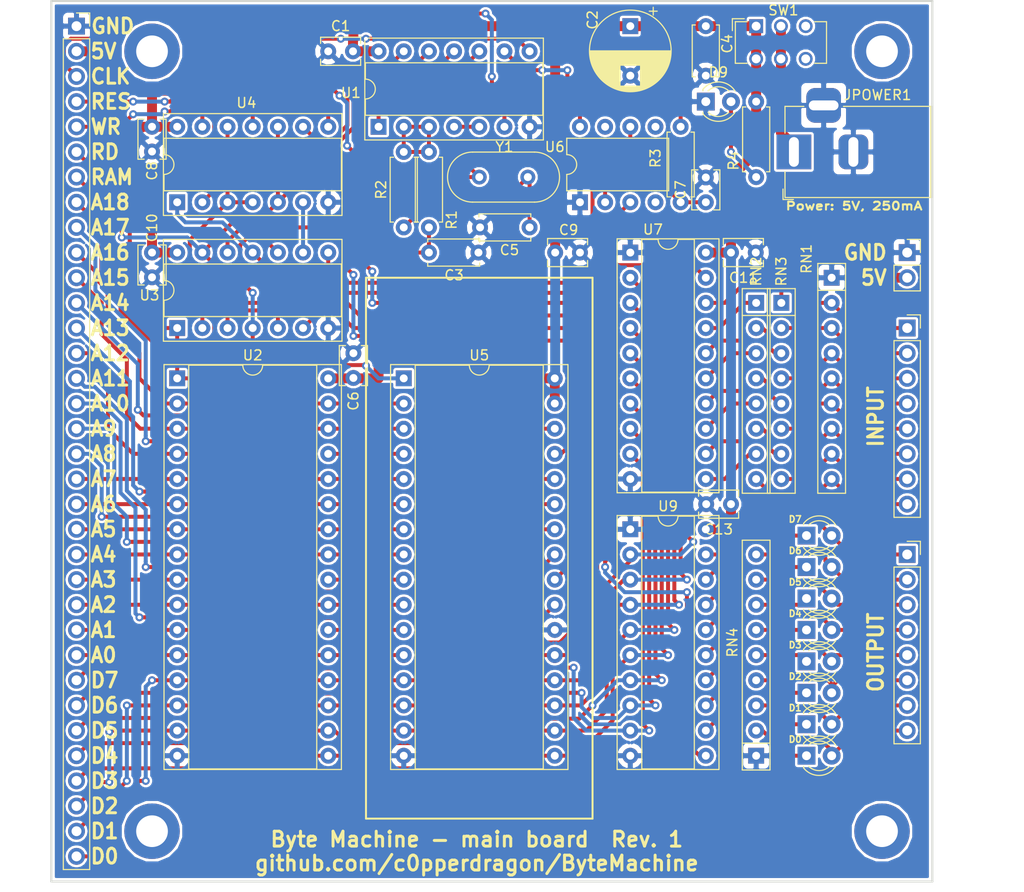
<source format=kicad_pcb>
(kicad_pcb (version 20171130) (host pcbnew "(5.0.0)")
  (layers (0 F.Cu signal) (31 B.Cu signal) (34 B.Paste user) (35 F.Paste user) (36 B.SilkS user) (37 F.SilkS user) (38 B.Mask user) (39 F.Mask user) (44 Edge.Cuts user))
  (net 0 "")
  (net 1 GND)
  (net 2 +5V)
  (net 3 "Net-(C3-Pad1)")
  (net 4 "Net-(C5-Pad1)")
  (net 5 "Net-(C7-Pad1)")
  (net 6 "Net-(D1-Pad2)")
  (net 7 "Net-(D2-Pad2)")
  (net 8 "Net-(D3-Pad2)")
  (net 9 "Net-(D4-Pad2)")
  (net 10 "Net-(D5-Pad2)")
  (net 11 "Net-(D6-Pad2)")
  (net 12 /CLK)
  (net 13 /RES)
  (net 14 /WR)
  (net 15 /RD)
  (net 16 /A18)
  (net 17 /A17)
  (net 18 /A16)
  (net 19 /A15)
  (net 20 /A14)
  (net 21 /A13)
  (net 22 /A12)
  (net 23 /A11)
  (net 24 /A10)
  (net 25 /A9)
  (net 26 /A8)
  (net 27 /A7)
  (net 28 /A6)
  (net 29 /A5)
  (net 30 /A4)
  (net 31 /A3)
  (net 32 /A2)
  (net 33 /A1)
  (net 34 /A0)
  (net 35 /D7)
  (net 36 /D6)
  (net 37 /D5)
  (net 38 /D4)
  (net 39 /D3)
  (net 40 /D2)
  (net 41 /D1)
  (net 42 /D0)
  (net 43 "Net-(JIN1-Pad1)")
  (net 44 "Net-(JIN1-Pad2)")
  (net 45 "Net-(JIN1-Pad3)")
  (net 46 "Net-(JIN1-Pad4)")
  (net 47 "Net-(JIN1-Pad5)")
  (net 48 "Net-(JIN1-Pad6)")
  (net 49 "Net-(JIN1-Pad7)")
  (net 50 "Net-(JIN1-Pad8)")
  (net 51 "Net-(R1-Pad1)")
  (net 52 "Net-(U6-Pad5)")
  (net 53 "Net-(U6-Pad7)")
  (net 54 "Net-(U6-Pad4)")
  (net 55 "Net-(U4-Pad11)")
  (net 56 /OERAM)
  (net 57 /OEROM)
  (net 58 "Net-(D0-Pad2)")
  (net 59 "Net-(D0-Pad1)")
  (net 60 "Net-(D1-Pad1)")
  (net 61 "Net-(D2-Pad1)")
  (net 62 "Net-(D3-Pad1)")
  (net 63 "Net-(D4-Pad1)")
  (net 64 "Net-(D5-Pad1)")
  (net 65 "Net-(D6-Pad1)")
  (net 66 "Net-(D7-Pad1)")
  (net 67 "Net-(D9-Pad2)")
  (net 68 "Net-(JPOWER1-Pad1)")
  (net 69 "Net-(RN2-Pad1)")
  (net 70 "Net-(RN2-Pad3)")
  (net 71 "Net-(RN2-Pad5)")
  (net 72 "Net-(RN2-Pad7)")
  (net 73 "Net-(RN3-Pad7)")
  (net 74 "Net-(RN3-Pad5)")
  (net 75 "Net-(RN3-Pad3)")
  (net 76 "Net-(RN3-Pad1)")
  (net 77 "Net-(SW1-Pad3)")
  (net 78 "Net-(SW1-Pad6)")
  (net 79 /CERAM)
  (net 80 /OEINPUT)
  (net 81 /IOMODE)
  (net 82 /CPOUTPUT)
  (net 83 /RESETIO)
  (net 84 "Net-(D7-Pad2)")
  (net 85 "Net-(U3-Pad9)")
  (net 86 "Net-(U1-Pad9)")
  (net 87 "Net-(U1-Pad4)")
  (net 88 "Net-(U1-Pad12)")
  (net 89 /RAM)
  (module Package_DIP:DIP-14_W7.62mm_Socket (layer F.Cu) (at 96.52 60.96 90)
    (fp_text reference U1 (at 3.429 -2.794 180) (layer F.SilkS))
    (fp_text value 74HC04)
    (pad 1 thru_hole rect (at 0 0 90) (size 1.6 1.6) (drill 0.8) (layers *.Cu *.Mask) (net 3 "Net-(C3-Pad1)"))
    (pad 8 thru_hole oval (at 7.62 15.24 90) (size 1.6 1.6) (drill 0.8) (layers *.Cu *.Mask) (net 13 /RES))
    (pad 2 thru_hole oval (at 0 2.54 90) (size 1.6 1.6) (drill 0.8) (layers *.Cu *.Mask) (net 51 "Net-(R1-Pad1)"))
    (pad 9 thru_hole oval (at 7.62 12.7 90) (size 1.6 1.6) (drill 0.8) (layers *.Cu *.Mask) (net 86 "Net-(U1-Pad9)"))
    (pad 3 thru_hole oval (at 0 5.08 90) (size 1.6 1.6) (drill 0.8) (layers *.Cu *.Mask) (net 51 "Net-(R1-Pad1)"))
    (pad 10 thru_hole oval (at 7.62 10.16 90) (size 1.6 1.6) (drill 0.8) (layers *.Cu *.Mask) (net 79 /CERAM))
    (pad 4 thru_hole oval (at 0 7.62 90) (size 1.6 1.6) (drill 0.8) (layers *.Cu *.Mask) (net 87 "Net-(U1-Pad4)"))
    (pad 11 thru_hole oval (at 7.62 7.62 90) (size 1.6 1.6) (drill 0.8) (layers *.Cu *.Mask) (net 89 /RAM))
    (pad 5 thru_hole oval (at 0 10.16 90) (size 1.6 1.6) (drill 0.8) (layers *.Cu *.Mask) (net 87 "Net-(U1-Pad4)"))
    (pad 12 thru_hole oval (at 7.62 5.08 90) (size 1.6 1.6) (drill 0.8) (layers *.Cu *.Mask) (net 88 "Net-(U1-Pad12)"))
    (pad 6 thru_hole oval (at 0 12.7 90) (size 1.6 1.6) (drill 0.8) (layers *.Cu *.Mask) (net 12 /CLK))
    (pad 13 thru_hole oval (at 7.62 2.54 90) (size 1.6 1.6) (drill 0.8) (layers *.Cu *.Mask) (net 14 /WR))
    (pad 7 thru_hole oval (at 0 15.24 90) (size 1.6 1.6) (drill 0.8) (layers *.Cu *.Mask) (net 1 GND))
    (pad 14 thru_hole oval (at 7.62 0 90) (size 1.6 1.6) (drill 0.8) (layers *.Cu *.Mask) (net 2 +5V))
  )
  (module Capacitor_THT:C_Disc_D3.8mm_W2.6mm_P2.50mm (layer F.Cu) (at 116.84 73.66 180)
    (fp_text reference C9 (at 1.143 2.286 180) (layer F.SilkS))
    (fp_text value 100nF)
    (pad 1 thru_hole circle (at 0 0 180) (size 1.6 1.6) (drill 0.8) (layers *.Cu *.Mask) (net 1 GND))
    (pad 2 thru_hole circle (at 2.5 0 180) (size 1.6 1.6) (drill 0.8) (layers *.Cu *.Mask) (net 2 +5V))
  )
  (module Package_DIP:DIP-14_W7.62mm_Socket (layer F.Cu) (at 76.2 81.28 90)
    (fp_text reference U3 (at 3.302 -2.794 180) (layer F.SilkS))
    (fp_text value 74AC32)
    (pad 14 thru_hole oval (at 7.62 0 90) (size 1.6 1.6) (drill 0.8) (layers *.Cu *.Mask) (net 2 +5V))
    (pad 7 thru_hole oval (at 0 15.24 90) (size 1.6 1.6) (drill 0.8) (layers *.Cu *.Mask) (net 1 GND))
    (pad 13 thru_hole oval (at 7.62 2.54 90) (size 1.6 1.6) (drill 0.8) (layers *.Cu *.Mask) (net 89 /RAM))
    (pad 6 thru_hole oval (at 0 12.7 90) (size 1.6 1.6) (drill 0.8) (layers *.Cu *.Mask) (net 57 /OEROM))
    (pad 12 thru_hole oval (at 7.62 5.08 90) (size 1.6 1.6) (drill 0.8) (layers *.Cu *.Mask) (net 14 /WR))
    (pad 5 thru_hole oval (at 0 10.16 90) (size 1.6 1.6) (drill 0.8) (layers *.Cu *.Mask) (net 89 /RAM))
    (pad 11 thru_hole oval (at 7.62 7.62 90) (size 1.6 1.6) (drill 0.8) (layers *.Cu *.Mask) (net 82 /CPOUTPUT))
    (pad 4 thru_hole oval (at 0 7.62 90) (size 1.6 1.6) (drill 0.8) (layers *.Cu *.Mask) (net 15 /RD))
    (pad 10 thru_hole oval (at 7.62 10.16 90) (size 1.6 1.6) (drill 0.8) (layers *.Cu *.Mask) (net 15 /RD))
    (pad 3 thru_hole oval (at 0 5.08 90) (size 1.6 1.6) (drill 0.8) (layers *.Cu *.Mask) (net 56 /OERAM))
    (pad 9 thru_hole oval (at 7.62 12.7 90) (size 1.6 1.6) (drill 0.8) (layers *.Cu *.Mask) (net 85 "Net-(U3-Pad9)"))
    (pad 2 thru_hole oval (at 0 2.54 90) (size 1.6 1.6) (drill 0.8) (layers *.Cu *.Mask) (net 81 /IOMODE))
    (pad 8 thru_hole oval (at 7.62 15.24 90) (size 1.6 1.6) (drill 0.8) (layers *.Cu *.Mask) (net 80 /OEINPUT))
    (pad 1 thru_hole rect (at 0 0 90) (size 1.6 1.6) (drill 0.8) (layers *.Cu *.Mask) (net 15 /RD))
  )
  (module Package_DIP:DIP-14_W7.62mm_Socket (layer F.Cu) (at 76.2 68.58 90)
    (fp_text reference U4 (at 10.033 6.985 180) (layer F.SilkS))
    (fp_text value 74AC00)
    (pad 1 thru_hole rect (at 0 0 90) (size 1.6 1.6) (drill 0.8) (layers *.Cu *.Mask) (net 82 /CPOUTPUT))
    (pad 8 thru_hole oval (at 7.62 15.24 90) (size 1.6 1.6) (drill 0.8) (layers *.Cu *.Mask) (net 83 /RESETIO))
    (pad 2 thru_hole oval (at 0 2.54 90) (size 1.6 1.6) (drill 0.8) (layers *.Cu *.Mask) (net 55 "Net-(U4-Pad11)"))
    (pad 9 thru_hole oval (at 7.62 12.7 90) (size 1.6 1.6) (drill 0.8) (layers *.Cu *.Mask) (net 88 "Net-(U1-Pad12)"))
    (pad 3 thru_hole oval (at 0 5.08 90) (size 1.6 1.6) (drill 0.8) (layers *.Cu *.Mask) (net 81 /IOMODE))
    (pad 10 thru_hole oval (at 7.62 10.16 90) (size 1.6 1.6) (drill 0.8) (layers *.Cu *.Mask) (net 89 /RAM))
    (pad 4 thru_hole oval (at 0 7.62 90) (size 1.6 1.6) (drill 0.8) (layers *.Cu *.Mask) (net 81 /IOMODE))
    (pad 11 thru_hole oval (at 7.62 7.62 90) (size 1.6 1.6) (drill 0.8) (layers *.Cu *.Mask) (net 55 "Net-(U4-Pad11)"))
    (pad 5 thru_hole oval (at 0 10.16 90) (size 1.6 1.6) (drill 0.8) (layers *.Cu *.Mask) (net 89 /RAM))
    (pad 12 thru_hole oval (at 7.62 5.08 90) (size 1.6 1.6) (drill 0.8) (layers *.Cu *.Mask) (net 81 /IOMODE))
    (pad 6 thru_hole oval (at 0 12.7 90) (size 1.6 1.6) (drill 0.8) (layers *.Cu *.Mask) (net 85 "Net-(U3-Pad9)"))
    (pad 13 thru_hole oval (at 7.62 2.54 90) (size 1.6 1.6) (drill 0.8) (layers *.Cu *.Mask) (net 83 /RESETIO))
    (pad 7 thru_hole oval (at 0 15.24 90) (size 1.6 1.6) (drill 0.8) (layers *.Cu *.Mask) (net 1 GND))
    (pad 14 thru_hole oval (at 7.62 0 90) (size 1.6 1.6) (drill 0.8) (layers *.Cu *.Mask) (net 2 +5V))
  )
  (module MountingHole:MountingHole_3.2mm_M3_DIN965_Pad (layer F.Cu) (at 73.66 132.08)
    (fp_text reference REF** hide)
    (fp_text value MountingHole_3.2mm_M3_DIN965_Pad)
    (pad 1 thru_hole circle (at 0 0) (size 5.6 5.6) (drill 3.2) (layers *.Cu *.Mask))
  )
  (module MountingHole:MountingHole_3.2mm_M3_DIN965_Pad (layer F.Cu) (at 147.32 132.08)
    (fp_text reference REF** hide)
    (fp_text value MountingHole_3.2mm_M3_DIN965_Pad)
    (pad 1 thru_hole circle (at 0 0) (size 5.6 5.6) (drill 3.2) (layers *.Cu *.Mask))
  )
  (module MountingHole:MountingHole_3.2mm_M3_DIN965_Pad (layer F.Cu) (at 147.32 53.34)
    (fp_text reference REF** hide)
    (fp_text value MountingHole_3.2mm_M3_DIN965_Pad)
    (pad 1 thru_hole circle (at 0 0) (size 5.6 5.6) (drill 3.2) (layers *.Cu *.Mask))
  )
  (module Package_DIP:DIP-32_W15.24mm_Socket (layer F.Cu) (at 99.06 86.36)
    (fp_text reference U5 (at 7.62 -2.33) (layer F.SilkS))
    (fp_text value SST39SF040)
    (pad 1 thru_hole rect (at 0 0) (size 1.6 1.6) (drill 0.8) (layers *.Cu *.Mask) (net 16 /A18))
    (pad 17 thru_hole oval (at 15.24 38.1) (size 1.6 1.6) (drill 0.8) (layers *.Cu *.Mask) (net 39 /D3))
    (pad 2 thru_hole oval (at 0 2.54) (size 1.6 1.6) (drill 0.8) (layers *.Cu *.Mask) (net 18 /A16))
    (pad 18 thru_hole oval (at 15.24 35.56) (size 1.6 1.6) (drill 0.8) (layers *.Cu *.Mask) (net 38 /D4))
    (pad 3 thru_hole oval (at 0 5.08) (size 1.6 1.6) (drill 0.8) (layers *.Cu *.Mask) (net 19 /A15))
    (pad 19 thru_hole oval (at 15.24 33.02) (size 1.6 1.6) (drill 0.8) (layers *.Cu *.Mask) (net 37 /D5))
    (pad 4 thru_hole oval (at 0 7.62) (size 1.6 1.6) (drill 0.8) (layers *.Cu *.Mask) (net 22 /A12))
    (pad 20 thru_hole oval (at 15.24 30.48) (size 1.6 1.6) (drill 0.8) (layers *.Cu *.Mask) (net 36 /D6))
    (pad 5 thru_hole oval (at 0 10.16) (size 1.6 1.6) (drill 0.8) (layers *.Cu *.Mask) (net 27 /A7))
    (pad 21 thru_hole oval (at 15.24 27.94) (size 1.6 1.6) (drill 0.8) (layers *.Cu *.Mask) (net 35 /D7))
    (pad 6 thru_hole oval (at 0 12.7) (size 1.6 1.6) (drill 0.8) (layers *.Cu *.Mask) (net 28 /A6))
    (pad 22 thru_hole oval (at 15.24 25.4) (size 1.6 1.6) (drill 0.8) (layers *.Cu *.Mask) (net 1 GND))
    (pad 7 thru_hole oval (at 0 15.24) (size 1.6 1.6) (drill 0.8) (layers *.Cu *.Mask) (net 29 /A5))
    (pad 23 thru_hole oval (at 15.24 22.86) (size 1.6 1.6) (drill 0.8) (layers *.Cu *.Mask) (net 24 /A10))
    (pad 8 thru_hole oval (at 0 17.78) (size 1.6 1.6) (drill 0.8) (layers *.Cu *.Mask) (net 30 /A4))
    (pad 24 thru_hole oval (at 15.24 20.32) (size 1.6 1.6) (drill 0.8) (layers *.Cu *.Mask) (net 57 /OEROM))
    (pad 9 thru_hole oval (at 0 20.32) (size 1.6 1.6) (drill 0.8) (layers *.Cu *.Mask) (net 31 /A3))
    (pad 25 thru_hole oval (at 15.24 17.78) (size 1.6 1.6) (drill 0.8) (layers *.Cu *.Mask) (net 23 /A11))
    (pad 10 thru_hole oval (at 0 22.86) (size 1.6 1.6) (drill 0.8) (layers *.Cu *.Mask) (net 32 /A2))
    (pad 26 thru_hole oval (at 15.24 15.24) (size 1.6 1.6) (drill 0.8) (layers *.Cu *.Mask) (net 25 /A9))
    (pad 11 thru_hole oval (at 0 25.4) (size 1.6 1.6) (drill 0.8) (layers *.Cu *.Mask) (net 33 /A1))
    (pad 27 thru_hole oval (at 15.24 12.7) (size 1.6 1.6) (drill 0.8) (layers *.Cu *.Mask) (net 26 /A8))
    (pad 12 thru_hole oval (at 0 27.94) (size 1.6 1.6) (drill 0.8) (layers *.Cu *.Mask) (net 34 /A0))
    (pad 28 thru_hole oval (at 15.24 10.16) (size 1.6 1.6) (drill 0.8) (layers *.Cu *.Mask) (net 21 /A13))
    (pad 13 thru_hole oval (at 0 30.48) (size 1.6 1.6) (drill 0.8) (layers *.Cu *.Mask) (net 42 /D0))
    (pad 29 thru_hole oval (at 15.24 7.62) (size 1.6 1.6) (drill 0.8) (layers *.Cu *.Mask) (net 20 /A14))
    (pad 14 thru_hole oval (at 0 33.02) (size 1.6 1.6) (drill 0.8) (layers *.Cu *.Mask) (net 41 /D1))
    (pad 30 thru_hole oval (at 15.24 5.08) (size 1.6 1.6) (drill 0.8) (layers *.Cu *.Mask) (net 17 /A17))
    (pad 15 thru_hole oval (at 0 35.56) (size 1.6 1.6) (drill 0.8) (layers *.Cu *.Mask) (net 40 /D2))
    (pad 31 thru_hole oval (at 15.24 2.54) (size 1.6 1.6) (drill 0.8) (layers *.Cu *.Mask) (net 2 +5V))
    (pad 16 thru_hole oval (at 0 38.1) (size 1.6 1.6) (drill 0.8) (layers *.Cu *.Mask) (net 1 GND))
    (pad 32 thru_hole oval (at 15.24 0) (size 1.6 1.6) (drill 0.8) (layers *.Cu *.Mask) (net 2 +5V))
  )
  (module Package_DIP:DIP-20_W7.62mm_Socket (layer F.Cu) (at 121.92 101.6)
    (fp_text reference U9 (at 3.81 -2.33) (layer F.SilkS))
    (fp_text value 74HC574)
    (pad 1 thru_hole rect (at 0 0) (size 1.6 1.6) (drill 0.8) (layers *.Cu *.Mask) (net 1 GND))
    (pad 11 thru_hole oval (at 7.62 22.86) (size 1.6 1.6) (drill 0.8) (layers *.Cu *.Mask) (net 82 /CPOUTPUT))
    (pad 2 thru_hole oval (at 0 2.54) (size 1.6 1.6) (drill 0.8) (layers *.Cu *.Mask) (net 35 /D7))
    (pad 12 thru_hole oval (at 7.62 20.32) (size 1.6 1.6) (drill 0.8) (layers *.Cu *.Mask) (net 58 "Net-(D0-Pad2)"))
    (pad 3 thru_hole oval (at 0 5.08) (size 1.6 1.6) (drill 0.8) (layers *.Cu *.Mask) (net 36 /D6))
    (pad 13 thru_hole oval (at 7.62 17.78) (size 1.6 1.6) (drill 0.8) (layers *.Cu *.Mask) (net 6 "Net-(D1-Pad2)"))
    (pad 4 thru_hole oval (at 0 7.62) (size 1.6 1.6) (drill 0.8) (layers *.Cu *.Mask) (net 37 /D5))
    (pad 14 thru_hole oval (at 7.62 15.24) (size 1.6 1.6) (drill 0.8) (layers *.Cu *.Mask) (net 7 "Net-(D2-Pad2)"))
    (pad 5 thru_hole oval (at 0 10.16) (size 1.6 1.6) (drill 0.8) (layers *.Cu *.Mask) (net 38 /D4))
    (pad 15 thru_hole oval (at 7.62 12.7) (size 1.6 1.6) (drill 0.8) (layers *.Cu *.Mask) (net 8 "Net-(D3-Pad2)"))
    (pad 6 thru_hole oval (at 0 12.7) (size 1.6 1.6) (drill 0.8) (layers *.Cu *.Mask) (net 39 /D3))
    (pad 16 thru_hole oval (at 7.62 10.16) (size 1.6 1.6) (drill 0.8) (layers *.Cu *.Mask) (net 9 "Net-(D4-Pad2)"))
    (pad 7 thru_hole oval (at 0 15.24) (size 1.6 1.6) (drill 0.8) (layers *.Cu *.Mask) (net 40 /D2))
    (pad 17 thru_hole oval (at 7.62 7.62) (size 1.6 1.6) (drill 0.8) (layers *.Cu *.Mask) (net 10 "Net-(D5-Pad2)"))
    (pad 8 thru_hole oval (at 0 17.78) (size 1.6 1.6) (drill 0.8) (layers *.Cu *.Mask) (net 41 /D1))
    (pad 18 thru_hole oval (at 7.62 5.08) (size 1.6 1.6) (drill 0.8) (layers *.Cu *.Mask) (net 11 "Net-(D6-Pad2)"))
    (pad 9 thru_hole oval (at 0 20.32) (size 1.6 1.6) (drill 0.8) (layers *.Cu *.Mask) (net 42 /D0))
    (pad 19 thru_hole oval (at 7.62 2.54) (size 1.6 1.6) (drill 0.8) (layers *.Cu *.Mask) (net 84 "Net-(D7-Pad2)"))
    (pad 10 thru_hole oval (at 0 22.86) (size 1.6 1.6) (drill 0.8) (layers *.Cu *.Mask) (net 1 GND))
    (pad 20 thru_hole oval (at 7.62 0) (size 1.6 1.6) (drill 0.8) (layers *.Cu *.Mask) (net 2 +5V))
  )
  (module Capacitor_THT:C_Disc_D3.8mm_W2.6mm_P2.50mm (layer F.Cu) (at 73.66 73.66 270)
    (fp_text reference C10 (at -2.5 0 270) (layer F.SilkS))
    (fp_text value 100nF)
    (pad 2 thru_hole circle (at 2.5 0 270) (size 1.6 1.6) (drill 0.8) (layers *.Cu *.Mask) (net 1 GND))
    (pad 1 thru_hole circle (at 0 0 270) (size 1.6 1.6) (drill 0.8) (layers *.Cu *.Mask) (net 2 +5V))
  )
  (module Package_DIP:DIP-32_W15.24mm_Socket (layer F.Cu) (at 76.2 86.36)
    (fp_text reference U2 (at 7.62 -2.33) (layer F.SilkS))
    (fp_text value AS6C4008)
    (pad 32 thru_hole oval (at 15.24 0) (size 1.6 1.6) (drill 0.8) (layers *.Cu *.Mask) (net 2 +5V))
    (pad 16 thru_hole oval (at 0 38.1) (size 1.6 1.6) (drill 0.8) (layers *.Cu *.Mask) (net 1 GND))
    (pad 31 thru_hole oval (at 15.24 2.54) (size 1.6 1.6) (drill 0.8) (layers *.Cu *.Mask) (net 20 /A14))
    (pad 15 thru_hole oval (at 0 35.56) (size 1.6 1.6) (drill 0.8) (layers *.Cu *.Mask) (net 40 /D2))
    (pad 30 thru_hole oval (at 15.24 5.08) (size 1.6 1.6) (drill 0.8) (layers *.Cu *.Mask) (net 17 /A17))
    (pad 14 thru_hole oval (at 0 33.02) (size 1.6 1.6) (drill 0.8) (layers *.Cu *.Mask) (net 41 /D1))
    (pad 29 thru_hole oval (at 15.24 7.62) (size 1.6 1.6) (drill 0.8) (layers *.Cu *.Mask) (net 14 /WR))
    (pad 13 thru_hole oval (at 0 30.48) (size 1.6 1.6) (drill 0.8) (layers *.Cu *.Mask) (net 42 /D0))
    (pad 28 thru_hole oval (at 15.24 10.16) (size 1.6 1.6) (drill 0.8) (layers *.Cu *.Mask) (net 21 /A13))
    (pad 12 thru_hole oval (at 0 27.94) (size 1.6 1.6) (drill 0.8) (layers *.Cu *.Mask) (net 34 /A0))
    (pad 27 thru_hole oval (at 15.24 12.7) (size 1.6 1.6) (drill 0.8) (layers *.Cu *.Mask) (net 26 /A8))
    (pad 11 thru_hole oval (at 0 25.4) (size 1.6 1.6) (drill 0.8) (layers *.Cu *.Mask) (net 33 /A1))
    (pad 26 thru_hole oval (at 15.24 15.24) (size 1.6 1.6) (drill 0.8) (layers *.Cu *.Mask) (net 25 /A9))
    (pad 10 thru_hole oval (at 0 22.86) (size 1.6 1.6) (drill 0.8) (layers *.Cu *.Mask) (net 32 /A2))
    (pad 25 thru_hole oval (at 15.24 17.78) (size 1.6 1.6) (drill 0.8) (layers *.Cu *.Mask) (net 23 /A11))
    (pad 9 thru_hole oval (at 0 20.32) (size 1.6 1.6) (drill 0.8) (layers *.Cu *.Mask) (net 31 /A3))
    (pad 24 thru_hole oval (at 15.24 20.32) (size 1.6 1.6) (drill 0.8) (layers *.Cu *.Mask) (net 56 /OERAM))
    (pad 8 thru_hole oval (at 0 17.78) (size 1.6 1.6) (drill 0.8) (layers *.Cu *.Mask) (net 30 /A4))
    (pad 23 thru_hole oval (at 15.24 22.86) (size 1.6 1.6) (drill 0.8) (layers *.Cu *.Mask) (net 24 /A10))
    (pad 7 thru_hole oval (at 0 15.24) (size 1.6 1.6) (drill 0.8) (layers *.Cu *.Mask) (net 29 /A5))
    (pad 22 thru_hole oval (at 15.24 25.4) (size 1.6 1.6) (drill 0.8) (layers *.Cu *.Mask) (net 79 /CERAM))
    (pad 6 thru_hole oval (at 0 12.7) (size 1.6 1.6) (drill 0.8) (layers *.Cu *.Mask) (net 28 /A6))
    (pad 21 thru_hole oval (at 15.24 27.94) (size 1.6 1.6) (drill 0.8) (layers *.Cu *.Mask) (net 35 /D7))
    (pad 5 thru_hole oval (at 0 10.16) (size 1.6 1.6) (drill 0.8) (layers *.Cu *.Mask) (net 27 /A7))
    (pad 20 thru_hole oval (at 15.24 30.48) (size 1.6 1.6) (drill 0.8) (layers *.Cu *.Mask) (net 36 /D6))
    (pad 4 thru_hole oval (at 0 7.62) (size 1.6 1.6) (drill 0.8) (layers *.Cu *.Mask) (net 22 /A12))
    (pad 19 thru_hole oval (at 15.24 33.02) (size 1.6 1.6) (drill 0.8) (layers *.Cu *.Mask) (net 37 /D5))
    (pad 3 thru_hole oval (at 0 5.08) (size 1.6 1.6) (drill 0.8) (layers *.Cu *.Mask) (net 19 /A15))
    (pad 18 thru_hole oval (at 15.24 35.56) (size 1.6 1.6) (drill 0.8) (layers *.Cu *.Mask) (net 38 /D4))
    (pad 2 thru_hole oval (at 0 2.54) (size 1.6 1.6) (drill 0.8) (layers *.Cu *.Mask) (net 18 /A16))
    (pad 17 thru_hole oval (at 15.24 38.1) (size 1.6 1.6) (drill 0.8) (layers *.Cu *.Mask) (net 39 /D3))
    (pad 1 thru_hole rect (at 0 0) (size 1.6 1.6) (drill 0.8) (layers *.Cu *.Mask) (net 16 /A18))
  )
  (module Resistor_THT:R_Axial_DIN0207_L6.3mm_D2.5mm_P7.62mm_Horizontal (layer F.Cu) (at 127 68.58 90)
    (fp_text reference R3 (at 4.445 -2.54 90) (layer F.SilkS))
    (fp_text value 1M)
    (pad 2 thru_hole oval (at 7.62 0 90) (size 1.6 1.6) (drill 0.8) (layers *.Cu *.Mask) (net 2 +5V))
    (pad 1 thru_hole circle (at 0 0 90) (size 1.6 1.6) (drill 0.8) (layers *.Cu *.Mask) (net 5 "Net-(C7-Pad1)"))
  )
  (module Capacitor_THT:C_Disc_D3.8mm_W2.6mm_P2.50mm (layer F.Cu) (at 91.44 53.34)
    (fp_text reference C1 (at 1.25 -2.55) (layer F.SilkS))
    (fp_text value 100nF)
    (pad 2 thru_hole circle (at 2.5 0) (size 1.6 1.6) (drill 0.8) (layers *.Cu *.Mask) (net 2 +5V))
    (pad 1 thru_hole circle (at 0 0) (size 1.6 1.6) (drill 0.8) (layers *.Cu *.Mask) (net 1 GND))
  )
  (module Capacitor_THT:C_Disc_D5.0mm_W2.5mm_P5.00mm (layer F.Cu) (at 101.6 73.66)
    (fp_text reference C3 (at 2.54 2.286) (layer F.SilkS))
    (fp_text value 33pF)
    (pad 2 thru_hole circle (at 5 0) (size 1.6 1.6) (drill 0.8) (layers *.Cu *.Mask) (net 1 GND))
    (pad 1 thru_hole circle (at 0 0) (size 1.6 1.6) (drill 0.8) (layers *.Cu *.Mask) (net 3 "Net-(C3-Pad1)"))
  )
  (module Capacitor_THT:C_Disc_D5.0mm_W2.5mm_P5.00mm (layer F.Cu) (at 129.54 50.8 270)
    (fp_text reference C4 (at 1.778 -2.159 270) (layer F.SilkS))
    (fp_text value 10uF)
    (pad 1 thru_hole circle (at 0 0 270) (size 1.6 1.6) (drill 0.8) (layers *.Cu *.Mask) (net 2 +5V))
    (pad 2 thru_hole circle (at 5 0 270) (size 1.6 1.6) (drill 0.8) (layers *.Cu *.Mask) (net 1 GND))
  )
  (module Capacitor_THT:C_Disc_D5.0mm_W2.5mm_P5.00mm (layer F.Cu) (at 111.76 71.12 180)
    (fp_text reference C5 (at 2.032 -2.286 180) (layer F.SilkS))
    (fp_text value 33pF)
    (pad 1 thru_hole circle (at 0 0 180) (size 1.6 1.6) (drill 0.8) (layers *.Cu *.Mask) (net 4 "Net-(C5-Pad1)"))
    (pad 2 thru_hole circle (at 5 0 180) (size 1.6 1.6) (drill 0.8) (layers *.Cu *.Mask) (net 1 GND))
  )
  (module Capacitor_THT:C_Disc_D3.8mm_W2.6mm_P2.50mm (layer F.Cu) (at 93.98 83.82 270)
    (fp_text reference C6 (at 4.826 0 270) (layer F.SilkS))
    (fp_text value 100nF)
    (pad 2 thru_hole circle (at 2.5 0 270) (size 1.6 1.6) (drill 0.8) (layers *.Cu *.Mask) (net 2 +5V))
    (pad 1 thru_hole circle (at 0 0 270) (size 1.6 1.6) (drill 0.8) (layers *.Cu *.Mask) (net 1 GND))
  )
  (module Capacitor_THT:C_Disc_D3.8mm_W2.6mm_P2.50mm (layer F.Cu) (at 129.54 68.58 90)
    (fp_text reference C7 (at 1.25 -2.55 90) (layer F.SilkS))
    (fp_text value 100nF)
    (pad 2 thru_hole circle (at 2.5 0 90) (size 1.6 1.6) (drill 0.8) (layers *.Cu *.Mask) (net 1 GND))
    (pad 1 thru_hole circle (at 0 0 90) (size 1.6 1.6) (drill 0.8) (layers *.Cu *.Mask) (net 5 "Net-(C7-Pad1)"))
  )
  (module Capacitor_THT:C_Disc_D3.8mm_W2.6mm_P2.50mm (layer F.Cu) (at 73.66 60.96 270)
    (fp_text reference C8 (at 4.445 0 270) (layer F.SilkS))
    (fp_text value 100nF)
    (pad 1 thru_hole circle (at 0 0 270) (size 1.6 1.6) (drill 0.8) (layers *.Cu *.Mask) (net 2 +5V))
    (pad 2 thru_hole circle (at 2.5 0 270) (size 1.6 1.6) (drill 0.8) (layers *.Cu *.Mask) (net 1 GND))
  )
  (module Capacitor_THT:C_Disc_D3.8mm_W2.6mm_P2.50mm (layer F.Cu) (at 132.08 73.66)
    (fp_text reference C11 (at 1.25 2.54) (layer F.SilkS))
    (fp_text value 100nF)
    (pad 1 thru_hole circle (at 0 0) (size 1.6 1.6) (drill 0.8) (layers *.Cu *.Mask) (net 2 +5V))
    (pad 2 thru_hole circle (at 2.5 0) (size 1.6 1.6) (drill 0.8) (layers *.Cu *.Mask) (net 1 GND))
  )
  (module Connector_PinSocket_2.54mm:PinSocket_1x34_P2.54mm_Vertical (layer F.Cu) (at 66.04 50.8)
    (fp_text reference JBUS1 hide)
    (fp_text value Conn_01x34_Female)
    (pad 1 thru_hole rect (at 0 0) (size 1.7 1.7) (drill 1) (layers *.Cu *.Mask) (net 1 GND))
    (pad 2 thru_hole oval (at 0 2.54) (size 1.7 1.7) (drill 1) (layers *.Cu *.Mask) (net 2 +5V))
    (pad 3 thru_hole oval (at 0 5.08) (size 1.7 1.7) (drill 1) (layers *.Cu *.Mask) (net 12 /CLK))
    (pad 4 thru_hole oval (at 0 7.62) (size 1.7 1.7) (drill 1) (layers *.Cu *.Mask) (net 13 /RES))
    (pad 5 thru_hole oval (at 0 10.16) (size 1.7 1.7) (drill 1) (layers *.Cu *.Mask) (net 14 /WR))
    (pad 6 thru_hole oval (at 0 12.7) (size 1.7 1.7) (drill 1) (layers *.Cu *.Mask) (net 15 /RD))
    (pad 7 thru_hole oval (at 0 15.24) (size 1.7 1.7) (drill 1) (layers *.Cu *.Mask) (net 89 /RAM))
    (pad 8 thru_hole oval (at 0 17.78) (size 1.7 1.7) (drill 1) (layers *.Cu *.Mask) (net 16 /A18))
    (pad 9 thru_hole oval (at 0 20.32) (size 1.7 1.7) (drill 1) (layers *.Cu *.Mask) (net 17 /A17))
    (pad 10 thru_hole oval (at 0 22.86) (size 1.7 1.7) (drill 1) (layers *.Cu *.Mask) (net 18 /A16))
    (pad 11 thru_hole oval (at 0 25.4) (size 1.7 1.7) (drill 1) (layers *.Cu *.Mask) (net 19 /A15))
    (pad 12 thru_hole oval (at 0 27.94) (size 1.7 1.7) (drill 1) (layers *.Cu *.Mask) (net 20 /A14))
    (pad 13 thru_hole oval (at 0 30.48) (size 1.7 1.7) (drill 1) (layers *.Cu *.Mask) (net 21 /A13))
    (pad 14 thru_hole oval (at 0 33.02) (size 1.7 1.7) (drill 1) (layers *.Cu *.Mask) (net 22 /A12))
    (pad 15 thru_hole oval (at 0 35.56) (size 1.7 1.7) (drill 1) (layers *.Cu *.Mask) (net 23 /A11))
    (pad 16 thru_hole oval (at 0 38.1) (size 1.7 1.7) (drill 1) (layers *.Cu *.Mask) (net 24 /A10))
    (pad 17 thru_hole oval (at 0 40.64) (size 1.7 1.7) (drill 1) (layers *.Cu *.Mask) (net 25 /A9))
    (pad 18 thru_hole oval (at 0 43.18) (size 1.7 1.7) (drill 1) (layers *.Cu *.Mask) (net 26 /A8))
    (pad 19 thru_hole oval (at 0 45.72) (size 1.7 1.7) (drill 1) (layers *.Cu *.Mask) (net 27 /A7))
    (pad 20 thru_hole oval (at 0 48.26) (size 1.7 1.7) (drill 1) (layers *.Cu *.Mask) (net 28 /A6))
    (pad 21 thru_hole oval (at 0 50.8) (size 1.7 1.7) (drill 1) (layers *.Cu *.Mask) (net 29 /A5))
    (pad 22 thru_hole oval (at 0 53.34) (size 1.7 1.7) (drill 1) (layers *.Cu *.Mask) (net 30 /A4))
    (pad 23 thru_hole oval (at 0 55.88) (size 1.7 1.7) (drill 1) (layers *.Cu *.Mask) (net 31 /A3))
    (pad 24 thru_hole oval (at 0 58.42) (size 1.7 1.7) (drill 1) (layers *.Cu *.Mask) (net 32 /A2))
    (pad 25 thru_hole oval (at 0 60.96) (size 1.7 1.7) (drill 1) (layers *.Cu *.Mask) (net 33 /A1))
    (pad 26 thru_hole oval (at 0 63.5) (size 1.7 1.7) (drill 1) (layers *.Cu *.Mask) (net 34 /A0))
    (pad 27 thru_hole oval (at 0 66.04) (size 1.7 1.7) (drill 1) (layers *.Cu *.Mask) (net 35 /D7))
    (pad 28 thru_hole oval (at 0 68.58) (size 1.7 1.7) (drill 1) (layers *.Cu *.Mask) (net 36 /D6))
    (pad 29 thru_hole oval (at 0 71.12) (size 1.7 1.7) (drill 1) (layers *.Cu *.Mask) (net 37 /D5))
    (pad 30 thru_hole oval (at 0 73.66) (size 1.7 1.7) (drill 1) (layers *.Cu *.Mask) (net 38 /D4))
    (pad 31 thru_hole oval (at 0 76.2) (size 1.7 1.7) (drill 1) (layers *.Cu *.Mask) (net 39 /D3))
    (pad 32 thru_hole oval (at 0 78.74) (size 1.7 1.7) (drill 1) (layers *.Cu *.Mask) (net 40 /D2))
    (pad 33 thru_hole oval (at 0 81.28) (size 1.7 1.7) (drill 1) (layers *.Cu *.Mask) (net 41 /D1))
    (pad 34 thru_hole oval (at 0 83.82) (size 1.7 1.7) (drill 1) (layers *.Cu *.Mask) (net 42 /D0))
  )
  (module Resistor_THT:R_Axial_DIN0207_L6.3mm_D2.5mm_P7.62mm_Horizontal (layer F.Cu) (at 101.6 63.5 270)
    (fp_text reference R1 (at 6.858 -2.286 270) (layer F.SilkS))
    (fp_text value 220k)
    (pad 1 thru_hole circle (at 0 0 270) (size 1.6 1.6) (drill 0.8) (layers *.Cu *.Mask) (net 51 "Net-(R1-Pad1)"))
    (pad 2 thru_hole oval (at 7.62 0 270) (size 1.6 1.6) (drill 0.8) (layers *.Cu *.Mask) (net 3 "Net-(C3-Pad1)"))
  )
  (module Resistor_THT:R_Axial_DIN0207_L6.3mm_D2.5mm_P7.62mm_Horizontal (layer F.Cu) (at 99.06 63.5 270)
    (fp_text reference R2 (at 3.81 2.286 270) (layer F.SilkS))
    (fp_text value 22)
    (pad 2 thru_hole oval (at 7.62 0 270) (size 1.6 1.6) (drill 0.8) (layers *.Cu *.Mask) (net 4 "Net-(C5-Pad1)"))
    (pad 1 thru_hole circle (at 0 0 270) (size 1.6 1.6) (drill 0.8) (layers *.Cu *.Mask) (net 51 "Net-(R1-Pad1)"))
  )
  (module Package_DIP:DIP-8_W7.62mm (layer F.Cu) (at 116.84 68.58 90)
    (fp_text reference U6 (at 5.588 -2.54 180) (layer F.SilkS))
    (fp_text value NE555)
    (pad 1 thru_hole rect (at 0 0 90) (size 1.6 1.6) (drill 0.8) (layers *.Cu *.Mask) (net 1 GND))
    (pad 5 thru_hole oval (at 7.62 7.62 90) (size 1.6 1.6) (drill 0.8) (layers *.Cu *.Mask) (net 52 "Net-(U6-Pad5)"))
    (pad 2 thru_hole oval (at 0 2.54 90) (size 1.6 1.6) (drill 0.8) (layers *.Cu *.Mask) (net 5 "Net-(C7-Pad1)"))
    (pad 6 thru_hole oval (at 7.62 5.08 90) (size 1.6 1.6) (drill 0.8) (layers *.Cu *.Mask) (net 5 "Net-(C7-Pad1)"))
    (pad 3 thru_hole oval (at 0 5.08 90) (size 1.6 1.6) (drill 0.8) (layers *.Cu *.Mask) (net 86 "Net-(U1-Pad9)"))
    (pad 7 thru_hole oval (at 7.62 2.54 90) (size 1.6 1.6) (drill 0.8) (layers *.Cu *.Mask) (net 53 "Net-(U6-Pad7)"))
    (pad 4 thru_hole oval (at 0 7.62 90) (size 1.6 1.6) (drill 0.8) (layers *.Cu *.Mask) (net 54 "Net-(U6-Pad4)"))
    (pad 8 thru_hole oval (at 7.62 0 90) (size 1.6 1.6) (drill 0.8) (layers *.Cu *.Mask) (net 2 +5V))
  )
  (module Package_DIP:DIP-20_W7.62mm_Socket (layer F.Cu) (at 121.92 73.66)
    (fp_text reference U7 (at 2.286 -2.33) (layer F.SilkS))
    (fp_text value 74HC245)
    (pad 1 thru_hole rect (at 0 0) (size 1.6 1.6) (drill 0.8) (layers *.Cu *.Mask) (net 1 GND))
    (pad 11 thru_hole oval (at 7.62 22.86) (size 1.6 1.6) (drill 0.8) (layers *.Cu *.Mask) (net 72 "Net-(RN2-Pad7)"))
    (pad 2 thru_hole oval (at 0 2.54) (size 1.6 1.6) (drill 0.8) (layers *.Cu *.Mask) (net 35 /D7))
    (pad 12 thru_hole oval (at 7.62 20.32) (size 1.6 1.6) (drill 0.8) (layers *.Cu *.Mask) (net 73 "Net-(RN3-Pad7)"))
    (pad 3 thru_hole oval (at 0 5.08) (size 1.6 1.6) (drill 0.8) (layers *.Cu *.Mask) (net 36 /D6))
    (pad 13 thru_hole oval (at 7.62 17.78) (size 1.6 1.6) (drill 0.8) (layers *.Cu *.Mask) (net 71 "Net-(RN2-Pad5)"))
    (pad 4 thru_hole oval (at 0 7.62) (size 1.6 1.6) (drill 0.8) (layers *.Cu *.Mask) (net 37 /D5))
    (pad 14 thru_hole oval (at 7.62 15.24) (size 1.6 1.6) (drill 0.8) (layers *.Cu *.Mask) (net 74 "Net-(RN3-Pad5)"))
    (pad 5 thru_hole oval (at 0 10.16) (size 1.6 1.6) (drill 0.8) (layers *.Cu *.Mask) (net 38 /D4))
    (pad 15 thru_hole oval (at 7.62 12.7) (size 1.6 1.6) (drill 0.8) (layers *.Cu *.Mask) (net 70 "Net-(RN2-Pad3)"))
    (pad 6 thru_hole oval (at 0 12.7) (size 1.6 1.6) (drill 0.8) (layers *.Cu *.Mask) (net 39 /D3))
    (pad 16 thru_hole oval (at 7.62 10.16) (size 1.6 1.6) (drill 0.8) (layers *.Cu *.Mask) (net 75 "Net-(RN3-Pad3)"))
    (pad 7 thru_hole oval (at 0 15.24) (size 1.6 1.6) (drill 0.8) (layers *.Cu *.Mask) (net 40 /D2))
    (pad 17 thru_hole oval (at 7.62 7.62) (size 1.6 1.6) (drill 0.8) (layers *.Cu *.Mask) (net 69 "Net-(RN2-Pad1)"))
    (pad 8 thru_hole oval (at 0 17.78) (size 1.6 1.6) (drill 0.8) (layers *.Cu *.Mask) (net 41 /D1))
    (pad 18 thru_hole oval (at 7.62 5.08) (size 1.6 1.6) (drill 0.8) (layers *.Cu *.Mask) (net 76 "Net-(RN3-Pad1)"))
    (pad 9 thru_hole oval (at 0 20.32) (size 1.6 1.6) (drill 0.8) (layers *.Cu *.Mask) (net 42 /D0))
    (pad 19 thru_hole oval (at 7.62 2.54) (size 1.6 1.6) (drill 0.8) (layers *.Cu *.Mask) (net 80 /OEINPUT))
    (pad 10 thru_hole oval (at 0 22.86) (size 1.6 1.6) (drill 0.8) (layers *.Cu *.Mask) (net 1 GND))
    (pad 20 thru_hole oval (at 7.62 0) (size 1.6 1.6) (drill 0.8) (layers *.Cu *.Mask) (net 2 +5V))
  )
  (module Crystal:Crystal_HC18-U_Vertical (layer F.Cu) (at 106.68 66.04)
    (fp_text reference Y1 (at 2.54 -3.048) (layer F.SilkS))
    (fp_text value Crystal)
    (pad 1 thru_hole circle (at 0 0) (size 1.5 1.5) (drill 0.8) (layers *.Cu *.Mask) (net 3 "Net-(C3-Pad1)"))
    (pad 2 thru_hole circle (at 4.9 0) (size 1.5 1.5) (drill 0.8) (layers *.Cu *.Mask) (net 4 "Net-(C5-Pad1)"))
  )
  (module Capacitor_THT:C_Disc_D3.8mm_W2.6mm_P2.50mm (layer F.Cu) (at 132.08 99.06 180)
    (fp_text reference C13 (at 1.25 -2.55 180) (layer F.SilkS))
    (fp_text value 100nF)
    (pad 1 thru_hole circle (at 0 0 180) (size 1.6 1.6) (drill 0.8) (layers *.Cu *.Mask) (net 2 +5V))
    (pad 2 thru_hole circle (at 2.5 0 180) (size 1.6 1.6) (drill 0.8) (layers *.Cu *.Mask) (net 1 GND))
  )
  (module MountingHole:MountingHole_3.2mm_M3_DIN965_Pad (layer F.Cu) (at 73.66 53.34)
    (fp_text reference REF** hide)
    (fp_text value MountingHole_3.2mm_M3_DIN965_Pad)
    (pad 1 thru_hole circle (at 0 0) (size 5.6 5.6) (drill 3.2) (layers *.Cu *.Mask))
  )
  (module LED_THT:LED_D3.0mm (layer F.Cu) (at 139.7 124.46)
    (fp_text reference D0 (at -1.143 -1.651) (layer F.SilkS) (effects (font (size 0.65 0.65))))
    (fp_text value LED_Small)
    (pad 1 thru_hole rect (at 0 0) (size 1.8 1.8) (drill 0.9) (layers *.Cu *.Mask) (net 59 "Net-(D0-Pad1)"))
    (pad 2 thru_hole circle (at 2.54 0) (size 1.8 1.8) (drill 0.9) (layers *.Cu *.Mask) (net 58 "Net-(D0-Pad2)"))
  )
  (module LED_THT:LED_D3.0mm (layer F.Cu) (at 139.7 121.285)
    (fp_text reference D1 (at -1.143 -1.651) (layer F.SilkS) (effects (font (size 0.65 0.65))))
    (fp_text value LED_Small)
    (pad 2 thru_hole circle (at 2.54 0) (size 1.8 1.8) (drill 0.9) (layers *.Cu *.Mask) (net 6 "Net-(D1-Pad2)"))
    (pad 1 thru_hole rect (at 0 0) (size 1.8 1.8) (drill 0.9) (layers *.Cu *.Mask) (net 60 "Net-(D1-Pad1)"))
  )
  (module LED_THT:LED_D3.0mm (layer F.Cu) (at 139.7 118.11)
    (fp_text reference D2 (at -1.143 -1.651) (layer F.SilkS) (effects (font (size 0.65 0.65))))
    (fp_text value LED_Small)
    (pad 2 thru_hole circle (at 2.54 0) (size 1.8 1.8) (drill 0.9) (layers *.Cu *.Mask) (net 7 "Net-(D2-Pad2)"))
    (pad 1 thru_hole rect (at 0 0) (size 1.8 1.8) (drill 0.9) (layers *.Cu *.Mask) (net 61 "Net-(D2-Pad1)"))
  )
  (module LED_THT:LED_D3.0mm (layer F.Cu) (at 139.7 114.935)
    (fp_text reference D3 (at -1.143 -1.651) (layer F.SilkS) (effects (font (size 0.65 0.65))))
    (fp_text value LED_Small)
    (pad 2 thru_hole circle (at 2.54 0) (size 1.8 1.8) (drill 0.9) (layers *.Cu *.Mask) (net 8 "Net-(D3-Pad2)"))
    (pad 1 thru_hole rect (at 0 0) (size 1.8 1.8) (drill 0.9) (layers *.Cu *.Mask) (net 62 "Net-(D3-Pad1)"))
  )
  (module LED_THT:LED_D3.0mm (layer F.Cu) (at 139.7 111.76)
    (fp_text reference D4 (at -1.143 -1.651) (layer F.SilkS) (effects (font (size 0.65 0.65))))
    (fp_text value LED_Small)
    (pad 1 thru_hole rect (at 0 0) (size 1.8 1.8) (drill 0.9) (layers *.Cu *.Mask) (net 63 "Net-(D4-Pad1)"))
    (pad 2 thru_hole circle (at 2.54 0) (size 1.8 1.8) (drill 0.9) (layers *.Cu *.Mask) (net 9 "Net-(D4-Pad2)"))
  )
  (module LED_THT:LED_D3.0mm (layer F.Cu) (at 139.7 108.585)
    (fp_text reference D5 (at -1.143 -1.651) (layer F.SilkS) (effects (font (size 0.65 0.65))))
    (fp_text value LED_Small)
    (pad 1 thru_hole rect (at 0 0) (size 1.8 1.8) (drill 0.9) (layers *.Cu *.Mask) (net 64 "Net-(D5-Pad1)"))
    (pad 2 thru_hole circle (at 2.54 0) (size 1.8 1.8) (drill 0.9) (layers *.Cu *.Mask) (net 10 "Net-(D5-Pad2)"))
  )
  (module LED_THT:LED_D3.0mm (layer F.Cu) (at 139.7 105.41)
    (fp_text reference D6 (at -1.143 -1.651) (layer F.SilkS) (effects (font (size 0.65 0.65))))
    (fp_text value LED_Small)
    (pad 1 thru_hole rect (at 0 0) (size 1.8 1.8) (drill 0.9) (layers *.Cu *.Mask) (net 65 "Net-(D6-Pad1)"))
    (pad 2 thru_hole circle (at 2.54 0) (size 1.8 1.8) (drill 0.9) (layers *.Cu *.Mask) (net 11 "Net-(D6-Pad2)"))
  )
  (module LED_THT:LED_D3.0mm (layer F.Cu) (at 139.7 102.235)
    (fp_text reference D7 (at -1.143 -1.651) (layer F.SilkS) (effects (font (size 0.65 0.65))))
    (fp_text value LED_Small)
    (pad 2 thru_hole circle (at 2.54 0) (size 1.8 1.8) (drill 0.9) (layers *.Cu *.Mask) (net 84 "Net-(D7-Pad2)"))
    (pad 1 thru_hole rect (at 0 0) (size 1.8 1.8) (drill 0.9) (layers *.Cu *.Mask) (net 66 "Net-(D7-Pad1)"))
  )
  (module Capacitor_THT:CP_Radial_D8.0mm_P5.00mm (layer F.Cu) (at 121.92 50.8 270)
    (fp_text reference C2 (at -0.635 3.81 270) (layer F.SilkS))
    (fp_text value 470uF)
    (pad 1 thru_hole rect (at 0 0 270) (size 1.6 1.6) (drill 0.8) (layers *.Cu *.Mask) (net 2 +5V))
    (pad 2 thru_hole circle (at 5 0 270) (size 1.6 1.6) (drill 0.8) (layers *.Cu *.Mask) (net 1 GND))
  )
  (module LED_THT:LED_D3.0mm (layer F.Cu) (at 129.54 58.42)
    (fp_text reference D9 (at 1.27 -2.96) (layer F.SilkS))
    (fp_text value LED_Small)
    (pad 1 thru_hole rect (at 0 0) (size 1.8 1.8) (drill 0.9) (layers *.Cu *.Mask) (net 1 GND))
    (pad 2 thru_hole circle (at 2.54 0) (size 1.8 1.8) (drill 0.9) (layers *.Cu *.Mask) (net 67 "Net-(D9-Pad2)"))
  )
  (module Connector_PinSocket_2.54mm:PinSocket_1x08_P2.54mm_Vertical (layer F.Cu) (at 149.86 81.28)
    (fp_text reference JIN1 hide)
    (fp_text value Conn_01x08_Female)
    (pad 1 thru_hole rect (at 0 0) (size 1.7 1.7) (drill 1) (layers *.Cu *.Mask) (net 43 "Net-(JIN1-Pad1)"))
    (pad 2 thru_hole oval (at 0 2.54) (size 1.7 1.7) (drill 1) (layers *.Cu *.Mask) (net 44 "Net-(JIN1-Pad2)"))
    (pad 3 thru_hole oval (at 0 5.08) (size 1.7 1.7) (drill 1) (layers *.Cu *.Mask) (net 45 "Net-(JIN1-Pad3)"))
    (pad 4 thru_hole oval (at 0 7.62) (size 1.7 1.7) (drill 1) (layers *.Cu *.Mask) (net 46 "Net-(JIN1-Pad4)"))
    (pad 5 thru_hole oval (at 0 10.16) (size 1.7 1.7) (drill 1) (layers *.Cu *.Mask) (net 47 "Net-(JIN1-Pad5)"))
    (pad 6 thru_hole oval (at 0 12.7) (size 1.7 1.7) (drill 1) (layers *.Cu *.Mask) (net 48 "Net-(JIN1-Pad6)"))
    (pad 7 thru_hole oval (at 0 15.24) (size 1.7 1.7) (drill 1) (layers *.Cu *.Mask) (net 49 "Net-(JIN1-Pad7)"))
    (pad 8 thru_hole oval (at 0 17.78) (size 1.7 1.7) (drill 1) (layers *.Cu *.Mask) (net 50 "Net-(JIN1-Pad8)"))
  )
  (module Connector_PinSocket_2.54mm:PinSocket_1x02_P2.54mm_Vertical (layer F.Cu) (at 149.86 73.66)
    (fp_text reference JIOPOWER1 hide)
    (fp_text value Conn_01x02_Female)
    (pad 1 thru_hole rect (at 0 0) (size 1.7 1.7) (drill 1) (layers *.Cu *.Mask) (net 1 GND))
    (pad 2 thru_hole oval (at 0 2.54) (size 1.7 1.7) (drill 1) (layers *.Cu *.Mask) (net 2 +5V))
  )
  (module Connector_PinSocket_2.54mm:PinSocket_1x08_P2.54mm_Vertical (layer F.Cu) (at 149.86 104.14)
    (fp_text reference JOUT1 hide)
    (fp_text value Conn_01x08_Female)
    (pad 8 thru_hole oval (at 0 17.78) (size 1.7 1.7) (drill 1) (layers *.Cu *.Mask) (net 58 "Net-(D0-Pad2)"))
    (pad 7 thru_hole oval (at 0 15.24) (size 1.7 1.7) (drill 1) (layers *.Cu *.Mask) (net 6 "Net-(D1-Pad2)"))
    (pad 6 thru_hole oval (at 0 12.7) (size 1.7 1.7) (drill 1) (layers *.Cu *.Mask) (net 7 "Net-(D2-Pad2)"))
    (pad 5 thru_hole oval (at 0 10.16) (size 1.7 1.7) (drill 1) (layers *.Cu *.Mask) (net 8 "Net-(D3-Pad2)"))
    (pad 4 thru_hole oval (at 0 7.62) (size 1.7 1.7) (drill 1) (layers *.Cu *.Mask) (net 9 "Net-(D4-Pad2)"))
    (pad 3 thru_hole oval (at 0 5.08) (size 1.7 1.7) (drill 1) (layers *.Cu *.Mask) (net 10 "Net-(D5-Pad2)"))
    (pad 2 thru_hole oval (at 0 2.54) (size 1.7 1.7) (drill 1) (layers *.Cu *.Mask) (net 11 "Net-(D6-Pad2)"))
    (pad 1 thru_hole rect (at 0 0) (size 1.7 1.7) (drill 1) (layers *.Cu *.Mask) (net 84 "Net-(D7-Pad2)"))
  )
  (module Connector_BarrelJack:BarrelJack_Horizontal (layer F.Cu) (at 138.43 63.5 180)
    (fp_text reference JPOWER1 (at -8.45 5.75 180) (layer F.SilkS))
    (fp_text value Barrel_Jack_Switch)
    (pad 1 thru_hole rect (at 0 0 180) (size 3.5 3.5) (drill oval 1 3) (layers *.Cu *.Mask) (net 68 "Net-(JPOWER1-Pad1)"))
    (pad 2 thru_hole roundrect (at -6 0 180) (size 3 3.5) (drill oval 1 3) (layers *.Cu *.Mask) (net 1 GND))
    (pad 3 thru_hole roundrect (at -3 4.7 180) (size 3.5 3.5) (drill oval 3 1) (layers *.Cu *.Mask) (net 1 GND))
  )
  (module Resistor_THT:R_Axial_DIN0207_L6.3mm_D2.5mm_P7.62mm_Horizontal (layer F.Cu) (at 134.62 58.42 270)
    (fp_text reference R4 (at 5.969 2.286 270) (layer F.SilkS))
    (fp_text value 1k)
    (pad 1 thru_hole circle (at 0 0 270) (size 1.6 1.6) (drill 0.8) (layers *.Cu *.Mask) (net 2 +5V))
    (pad 2 thru_hole oval (at 7.62 0 270) (size 1.6 1.6) (drill 0.8) (layers *.Cu *.Mask) (net 67 "Net-(D9-Pad2)"))
  )
  (module Resistor_THT:R_Array_SIP9 (layer F.Cu) (at 142.24 76.2 270)
    (fp_text reference RN1 (at -1.905 2.54 270) (layer F.SilkS))
    (fp_text value 22k)
    (pad 9 thru_hole oval (at 20.32 0 270) (size 1.6 1.6) (drill 0.8) (layers *.Cu *.Mask) (net 50 "Net-(JIN1-Pad8)"))
    (pad 8 thru_hole oval (at 17.78 0 270) (size 1.6 1.6) (drill 0.8) (layers *.Cu *.Mask) (net 49 "Net-(JIN1-Pad7)"))
    (pad 7 thru_hole oval (at 15.24 0 270) (size 1.6 1.6) (drill 0.8) (layers *.Cu *.Mask) (net 48 "Net-(JIN1-Pad6)"))
    (pad 6 thru_hole oval (at 12.7 0 270) (size 1.6 1.6) (drill 0.8) (layers *.Cu *.Mask) (net 47 "Net-(JIN1-Pad5)"))
    (pad 5 thru_hole oval (at 10.16 0 270) (size 1.6 1.6) (drill 0.8) (layers *.Cu *.Mask) (net 46 "Net-(JIN1-Pad4)"))
    (pad 4 thru_hole oval (at 7.62 0 270) (size 1.6 1.6) (drill 0.8) (layers *.Cu *.Mask) (net 45 "Net-(JIN1-Pad3)"))
    (pad 3 thru_hole oval (at 5.08 0 270) (size 1.6 1.6) (drill 0.8) (layers *.Cu *.Mask) (net 44 "Net-(JIN1-Pad2)"))
    (pad 2 thru_hole oval (at 2.54 0 270) (size 1.6 1.6) (drill 0.8) (layers *.Cu *.Mask) (net 43 "Net-(JIN1-Pad1)"))
    (pad 1 thru_hole rect (at 0 0 270) (size 1.6 1.6) (drill 0.8) (layers *.Cu *.Mask) (net 1 GND))
  )
  (module Resistor_THT:R_Array_SIP8 (layer F.Cu) (at 134.62 78.74 270)
    (fp_text reference RN2 (at -3.175 0 270) (layer F.SilkS))
    (fp_text value 1k)
    (pad 1 thru_hole rect (at 0 0 270) (size 1.6 1.6) (drill 0.8) (layers *.Cu *.Mask) (net 69 "Net-(RN2-Pad1)"))
    (pad 2 thru_hole oval (at 2.54 0 270) (size 1.6 1.6) (drill 0.8) (layers *.Cu *.Mask) (net 44 "Net-(JIN1-Pad2)"))
    (pad 3 thru_hole oval (at 5.08 0 270) (size 1.6 1.6) (drill 0.8) (layers *.Cu *.Mask) (net 70 "Net-(RN2-Pad3)"))
    (pad 4 thru_hole oval (at 7.62 0 270) (size 1.6 1.6) (drill 0.8) (layers *.Cu *.Mask) (net 46 "Net-(JIN1-Pad4)"))
    (pad 5 thru_hole oval (at 10.16 0 270) (size 1.6 1.6) (drill 0.8) (layers *.Cu *.Mask) (net 71 "Net-(RN2-Pad5)"))
    (pad 6 thru_hole oval (at 12.7 0 270) (size 1.6 1.6) (drill 0.8) (layers *.Cu *.Mask) (net 48 "Net-(JIN1-Pad6)"))
    (pad 7 thru_hole oval (at 15.24 0 270) (size 1.6 1.6) (drill 0.8) (layers *.Cu *.Mask) (net 72 "Net-(RN2-Pad7)"))
    (pad 8 thru_hole oval (at 17.78 0 270) (size 1.6 1.6) (drill 0.8) (layers *.Cu *.Mask) (net 50 "Net-(JIN1-Pad8)"))
  )
  (module Resistor_THT:R_Array_SIP8 (layer F.Cu) (at 137.16 78.74 270)
    (fp_text reference RN3 (at -3.175 0 270) (layer F.SilkS))
    (fp_text value 1k)
    (pad 8 thru_hole oval (at 17.78 0 270) (size 1.6 1.6) (drill 0.8) (layers *.Cu *.Mask) (net 49 "Net-(JIN1-Pad7)"))
    (pad 7 thru_hole oval (at 15.24 0 270) (size 1.6 1.6) (drill 0.8) (layers *.Cu *.Mask) (net 73 "Net-(RN3-Pad7)"))
    (pad 6 thru_hole oval (at 12.7 0 270) (size 1.6 1.6) (drill 0.8) (layers *.Cu *.Mask) (net 47 "Net-(JIN1-Pad5)"))
    (pad 5 thru_hole oval (at 10.16 0 270) (size 1.6 1.6) (drill 0.8) (layers *.Cu *.Mask) (net 74 "Net-(RN3-Pad5)"))
    (pad 4 thru_hole oval (at 7.62 0 270) (size 1.6 1.6) (drill 0.8) (layers *.Cu *.Mask) (net 45 "Net-(JIN1-Pad3)"))
    (pad 3 thru_hole oval (at 5.08 0 270) (size 1.6 1.6) (drill 0.8) (layers *.Cu *.Mask) (net 75 "Net-(RN3-Pad3)"))
    (pad 2 thru_hole oval (at 2.54 0 270) (size 1.6 1.6) (drill 0.8) (layers *.Cu *.Mask) (net 43 "Net-(JIN1-Pad1)"))
    (pad 1 thru_hole rect (at 0 0 270) (size 1.6 1.6) (drill 0.8) (layers *.Cu *.Mask) (net 76 "Net-(RN3-Pad1)"))
  )
  (module Resistor_THT:R_Array_SIP9 (layer F.Cu) (at 134.62 124.46 90)
    (fp_text reference RN4 (at 11.43 -2.4 90) (layer F.SilkS))
    (fp_text value 1k)
    (pad 1 thru_hole rect (at 0 0 90) (size 1.6 1.6) (drill 0.8) (layers *.Cu *.Mask) (net 1 GND))
    (pad 2 thru_hole oval (at 2.54 0 90) (size 1.6 1.6) (drill 0.8) (layers *.Cu *.Mask) (net 59 "Net-(D0-Pad1)"))
    (pad 3 thru_hole oval (at 5.08 0 90) (size 1.6 1.6) (drill 0.8) (layers *.Cu *.Mask) (net 60 "Net-(D1-Pad1)"))
    (pad 4 thru_hole oval (at 7.62 0 90) (size 1.6 1.6) (drill 0.8) (layers *.Cu *.Mask) (net 61 "Net-(D2-Pad1)"))
    (pad 5 thru_hole oval (at 10.16 0 90) (size 1.6 1.6) (drill 0.8) (layers *.Cu *.Mask) (net 62 "Net-(D3-Pad1)"))
    (pad 6 thru_hole oval (at 12.7 0 90) (size 1.6 1.6) (drill 0.8) (layers *.Cu *.Mask) (net 63 "Net-(D4-Pad1)"))
    (pad 7 thru_hole oval (at 15.24 0 90) (size 1.6 1.6) (drill 0.8) (layers *.Cu *.Mask) (net 64 "Net-(D5-Pad1)"))
    (pad 8 thru_hole oval (at 17.78 0 90) (size 1.6 1.6) (drill 0.8) (layers *.Cu *.Mask) (net 65 "Net-(D6-Pad1)"))
    (pad 9 thru_hole oval (at 20.32 0 90) (size 1.6 1.6) (drill 0.8) (layers *.Cu *.Mask) (net 66 "Net-(D7-Pad1)"))
  )
  (module Button_Switch_THT:SW_CuK_JS202011CQN_DPDT_Straight (layer F.Cu) (at 134.62 50.8)
    (fp_text reference SW1 (at 2.75 -1.6) (layer F.SilkS))
    (fp_text value SW_DPDT_x2)
    (pad 1 thru_hole rect (at 0 0) (size 1.4 1.4) (drill 0.9) (layers *.Cu *.Mask) (net 2 +5V))
    (pad 2 thru_hole circle (at 2.5 0) (size 1.4 1.4) (drill 0.9) (layers *.Cu *.Mask) (net 68 "Net-(JPOWER1-Pad1)"))
    (pad 3 thru_hole circle (at 5 0) (size 1.4 1.4) (drill 0.9) (layers *.Cu *.Mask) (net 77 "Net-(SW1-Pad3)"))
    (pad 4 thru_hole circle (at 0 3.3) (size 1.4 1.4) (drill 0.9) (layers *.Cu *.Mask) (net 2 +5V))
    (pad 5 thru_hole circle (at 2.5 3.3) (size 1.4 1.4) (drill 0.9) (layers *.Cu *.Mask) (net 68 "Net-(JPOWER1-Pad1)"))
    (pad 6 thru_hole circle (at 5 3.3) (size 1.4 1.4) (drill 0.9) (layers *.Cu *.Mask) (net 78 "Net-(SW1-Pad6)"))
  )
  (gr_text A13 (at 67.31 81.28) (layer F.SilkS) (effects (font (size 1.5 1.4) (thickness 0.3)) (justify left)))
  (gr_text OUTPUT (at 146.685 109.855 90) (layer F.SilkS) (effects (font (size 1.5 1.4) (thickness 0.3)) (justify right)))
  (gr_text INPUT (at 146.685 86.995 90) (layer F.SilkS) (effects (font (size 1.5 1.4) (thickness 0.3)) (justify right)))
  (gr_text 5V (at 147.955 76.2) (layer F.SilkS) (effects (font (size 1.5 1.4) (thickness 0.3)) (justify right)))
  (gr_text GND (at 147.955 73.66) (layer F.SilkS) (effects (font (size 1.5 1.4) (thickness 0.3)) (justify right)))
  (gr_text "Power: 5V, 250mA" (at 151.511 68.961) (layer F.SilkS) (effects (font (size 0.8 1) (thickness 0.2)) (justify right)))
  (gr_line (start 152.4 137.16) (end 152.4 48.26) (layer Edge.Cuts) (width 0.2))
  (gr_text D0 (at 67.31 134.62) (layer F.SilkS) (effects (font (size 1.5 1.4) (thickness 0.3)) (justify left)))
  (gr_text D1 (at 67.31 132.08) (layer F.SilkS) (effects (font (size 1.5 1.4) (thickness 0.3)) (justify left)))
  (gr_text D2 (at 67.31 129.54) (layer F.SilkS) (effects (font (size 1.5 1.4) (thickness 0.3)) (justify left)))
  (gr_text D3 (at 67.31 127) (layer F.SilkS) (effects (font (size 1.5 1.4) (thickness 0.3)) (justify left)))
  (gr_text D4 (at 67.31 124.46) (layer F.SilkS) (effects (font (size 1.5 1.4) (thickness 0.3)) (justify left)))
  (gr_text D5 (at 67.31 121.92) (layer F.SilkS) (effects (font (size 1.5 1.4) (thickness 0.3)) (justify left)))
  (gr_text D6 (at 67.31 119.38) (layer F.SilkS) (effects (font (size 1.5 1.4) (thickness 0.3)) (justify left)))
  (gr_text D7 (at 67.31 116.84) (layer F.SilkS) (effects (font (size 1.5 1.4) (thickness 0.3)) (justify left)))
  (gr_text A0 (at 67.31 114.3) (layer F.SilkS) (effects (font (size 1.5 1.4) (thickness 0.3)) (justify left)))
  (gr_text A1 (at 67.31 111.76) (layer F.SilkS) (effects (font (size 1.5 1.4) (thickness 0.3)) (justify left)))
  (gr_text A2 (at 67.31 109.22) (layer F.SilkS) (effects (font (size 1.5 1.4) (thickness 0.3)) (justify left)))
  (gr_text A3 (at 67.31 106.68) (layer F.SilkS) (effects (font (size 1.5 1.4) (thickness 0.3)) (justify left)))
  (gr_text A4 (at 67.31 104.14) (layer F.SilkS) (effects (font (size 1.5 1.4) (thickness 0.3)) (justify left)))
  (gr_text A5 (at 67.31 101.6) (layer F.SilkS) (effects (font (size 1.5 1.4) (thickness 0.3)) (justify left)))
  (gr_text A6 (at 67.31 99.06) (layer F.SilkS) (effects (font (size 1.5 1.4) (thickness 0.3)) (justify left)))
  (gr_text A7 (at 67.31 96.52) (layer F.SilkS) (effects (font (size 1.5 1.4) (thickness 0.3)) (justify left)))
  (gr_text A8 (at 67.31 93.98) (layer F.SilkS) (effects (font (size 1.5 1.4) (thickness 0.3)) (justify left)))
  (gr_text A9 (at 67.31 91.44) (layer F.SilkS) (effects (font (size 1.5 1.4) (thickness 0.3)) (justify left)))
  (gr_text A10 (at 67.31 88.9) (layer F.SilkS) (effects (font (size 1.5 1.4) (thickness 0.3)) (justify left)))
  (gr_text A11 (at 67.31 86.36) (layer F.SilkS) (effects (font (size 1.5 1.4) (thickness 0.3)) (justify left)))
  (gr_text A12 (at 67.31 83.82) (layer F.SilkS) (effects (font (size 1.5 1.4) (thickness 0.3)) (justify left)))
  (gr_text A14 (at 67.31 78.74) (layer F.SilkS) (effects (font (size 1.5 1.4) (thickness 0.3)) (justify left)))
  (gr_text A15 (at 67.31 76.2) (layer F.SilkS) (effects (font (size 1.5 1.4) (thickness 0.3)) (justify left)))
  (gr_text A16 (at 67.31 73.66) (layer F.SilkS) (effects (font (size 1.5 1.4) (thickness 0.3)) (justify left)))
  (gr_text A17 (at 67.31 71.12) (layer F.SilkS) (effects (font (size 1.5 1.4) (thickness 0.3)) (justify left)))
  (gr_text A18 (at 67.31 68.58) (layer F.SilkS) (effects (font (size 1.5 1.4) (thickness 0.3)) (justify left)))
  (gr_text RAM (at 67.31 66.04) (layer F.SilkS) (effects (font (size 1.5 1.4) (thickness 0.3)) (justify left)))
  (gr_text RD (at 67.31 63.5) (layer F.SilkS) (effects (font (size 1.5 1.4) (thickness 0.3)) (justify left)))
  (gr_text WR (at 67.31 60.96) (layer F.SilkS) (effects (font (size 1.5 1.4) (thickness 0.3)) (justify left)))
  (gr_text RES (at 67.31 58.42) (layer F.SilkS) (effects (font (size 1.5 1.4) (thickness 0.3)) (justify left)))
  (gr_text CLK (at 67.31 55.88) (layer F.SilkS) (effects (font (size 1.5 1.4) (thickness 0.3)) (justify left)))
  (gr_text 5V (at 67.31 53.34) (layer F.SilkS) (effects (font (size 1.5 1.4) (thickness 0.3)) (justify left)))
  (gr_text GND (at 67.37 50.8) (layer F.SilkS) (effects (font (size 1.5 1.4) (thickness 0.3)) (justify left)))
  (gr_text "Byte Machine - main board  Rev. 1\ngithub.com/c0pperdragon/ByteMachine" (at 106.426 134.112) (layer F.SilkS) (effects (font (size 1.5 1.5) (thickness 0.3))))
  (gr_line (start 95.25 76.2) (end 118.11 76.2) (layer F.SilkS) (width 0.2))
  (gr_line (start 95.25 130.81) (end 95.25 76.2) (layer F.SilkS) (width 0.2))
  (gr_line (start 95.25 130.81) (end 118.11 130.81) (layer F.SilkS) (width 0.2))
  (gr_line (start 152.4 48.26) (end 63.5 48.26) (layer Edge.Cuts) (width 0.2))
  (gr_line (start 63.5 137.16) (end 152.4 137.16) (layer Edge.Cuts) (width 0.2))
  (gr_line (start 63.5 48.26) (end 63.5 137.16) (layer Edge.Cuts) (width 0.2))
  (gr_line (start 118.11 130.81) (end 118.11 76.2) (layer F.SilkS) (width 0.2))
  (segment (start 114.34 86.4) (end 114.3 86.36) (width 1) (layer F.Cu) (net 2))
  (segment (start 132.08 99.06) (end 132.08 100.965) (width 1) (layer F.Cu) (net 2))
  (segment (start 131.445 101.6) (end 129.54 101.6) (width 1) (layer F.Cu) (net 2))
  (segment (start 132.08 100.965) (end 131.445 101.6) (width 1) (layer F.Cu) (net 2))
  (segment (start 114.3 86.36) (end 114.3 88.9) (width 1) (layer F.Cu) (net 2))
  (segment (start 96.52 86.36) (end 91.44 86.36) (width 1) (layer F.Cu) (net 2))
  (segment (start 96.52 83.78) (end 96.52 86.36) (width 1) (layer F.Cu) (net 2))
  (segment (start 101.6 83.78) (end 96.52 83.78) (width 1) (layer F.Cu) (net 2))
  (segment (start 114.3 86.36) (end 101.6 86.36) (width 1) (layer F.Cu) (net 2))
  (segment (start 101.6 86.36) (end 101.6 83.78) (width 1) (layer F.Cu) (net 2))
  (segment (start 114.34 86.32) (end 114.3 86.36) (width 1) (layer B.Cu) (net 2))
  (segment (start 114.34 74.93) (end 114.34 86.32) (width 1) (layer B.Cu) (net 2))
  (segment (start 134.62 63.5) (end 134.62 55.88) (width 1) (layer F.Cu) (net 2))
  (segment (start 134.62 55.88) (end 134.62 53.34) (width 1) (layer F.Cu) (net 2))
  (segment (start 134.62 54.1) (end 134.62 50.8) (width 1) (layer F.Cu) (net 2))
  (segment (start 132.08 99.06) (end 132.08 75.565) (width 1) (layer B.Cu) (net 2))
  (segment (start 147.32 76.2) (end 149.86 76.2) (width 1) (layer F.Cu) (net 2))
  (segment (start 143.51 72.39) (end 147.32 76.2) (width 1) (layer F.Cu) (net 2))
  (segment (start 140.97 72.39) (end 143.51 72.39) (width 1) (layer F.Cu) (net 2))
  (segment (start 129.54 73.66) (end 132.08 73.66) (width 1) (layer F.Cu) (net 2))
  (segment (start 132.08 73.66) (end 132.08 75.565) (width 1) (layer B.Cu) (net 2))
  (segment (start 132.08 73.66) (end 132.08 68.58) (width 1) (layer F.Cu) (net 2))
  (segment (start 132.08 66.04) (end 134.62 63.5) (width 1) (layer F.Cu) (net 2))
  (segment (start 132.08 68.58) (end 132.08 66.04) (width 1) (layer F.Cu) (net 2))
  (segment (start 137.16 68.58) (end 132.08 68.58) (width 1) (layer F.Cu) (net 2))
  (segment (start 137.16 68.58) (end 140.97 72.39) (width 1) (layer F.Cu) (net 2))
  (segment (start 114.3 50.8) (end 121.92 50.8) (width 1) (layer F.Cu) (net 2))
  (segment (start 132.92 50.8) (end 134.62 50.8) (width 1) (layer F.Cu) (net 2))
  (segment (start 127 50.8) (end 132.92 50.8) (width 1) (layer F.Cu) (net 2))
  (segment (start 121.92 50.8) (end 127 50.8) (width 1) (layer F.Cu) (net 2))
  (segment (start 116.84 60.96) (end 116.84 59.055) (width 0.4) (layer F.Cu) (net 2))
  (segment (start 116.84 59.055) (end 127 59.055) (width 0.4) (layer F.Cu) (net 2))
  (segment (start 127 50.8) (end 127 59.055) (width 0.4) (layer F.Cu) (net 2))
  (segment (start 127 59.055) (end 127 60.96) (width 0.4) (layer F.Cu) (net 2))
  (segment (start 73.66 60.96) (end 76.2 60.96) (width 1) (layer F.Cu) (net 2))
  (segment (start 73.66 73.66) (end 76.2 73.66) (width 1) (layer F.Cu) (net 2))
  (segment (start 114.3 50.8) (end 99.06 50.8) (width 1) (layer F.Cu) (net 2))
  (segment (start 72.644 60.96) (end 73.66 60.96) (width 1) (layer F.Cu) (net 2))
  (segment (start 71.12 62.484) (end 72.644 60.96) (width 1) (layer F.Cu) (net 2))
  (segment (start 71.12 66.04) (end 71.12 62.484) (width 1) (layer F.Cu) (net 2))
  (segment (start 73.66 73.66) (end 73.66 68.58) (width 1) (layer F.Cu) (net 2))
  (segment (start 73.66 68.58) (end 71.12 66.04) (width 1) (layer F.Cu) (net 2))
  (segment (start 75.204002 57.319998) (end 73.744002 57.319998) (width 1) (layer F.Cu) (net 2))
  (segment (start 81.724 50.8) (end 75.204002 57.319998) (width 1) (layer F.Cu) (net 2))
  (segment (start 73.744002 57.319998) (end 73.66 57.404) (width 1) (layer F.Cu) (net 2))
  (segment (start 73.66 59.82863) (end 73.66 57.404) (width 1) (layer F.Cu) (net 2))
  (segment (start 73.66 60.96) (end 73.66 59.82863) (width 1) (layer F.Cu) (net 2))
  (segment (start 114.34 74.93) (end 114.34 73.66) (width 1) (layer B.Cu) (net 2))
  (segment (start 114.34 50.84) (end 114.3 50.8) (width 1) (layer F.Cu) (net 2))
  (segment (start 114.34 73.66) (end 114.34 50.84) (width 1) (layer F.Cu) (net 2))
  (segment (start 93.94 53.34) (end 96.52 53.34) (width 1) (layer F.Cu) (net 2))
  (segment (start 93.98 52.16863) (end 93.98 50.8) (width 1) (layer F.Cu) (net 2))
  (segment (start 93.94 52.20863) (end 93.98 52.16863) (width 1) (layer F.Cu) (net 2))
  (segment (start 93.94 53.34) (end 93.94 52.20863) (width 1) (layer F.Cu) (net 2))
  (segment (start 99.06 50.8) (end 93.98 50.8) (width 1) (layer F.Cu) (net 2))
  (segment (start 93.98 50.8) (end 81.724 50.8) (width 1) (layer F.Cu) (net 2))
  (segment (start 68.58 53.34) (end 66.04 53.34) (width 1) (layer F.Cu) (net 2))
  (segment (start 72.39 57.15) (end 68.58 53.34) (width 1) (layer F.Cu) (net 2))
  (segment (start 73.66 57.404) (end 73.66 57.15) (width 1) (layer F.Cu) (net 2))
  (segment (start 73.66 57.15) (end 72.39 57.15) (width 1) (layer F.Cu) (net 2))
  (segment (start 100.46863 73.66) (end 101.6 73.66) (width 0.4) (layer F.Cu) (net 3))
  (segment (start 97.92863 73.66) (end 100.46863 73.66) (width 0.4) (layer F.Cu) (net 3))
  (segment (start 96.52 72.25137) (end 97.92863 73.66) (width 0.4) (layer F.Cu) (net 3))
  (segment (start 96.52 71.12) (end 96.52 72.25137) (width 0.4) (layer F.Cu) (net 3))
  (segment (start 100.33 66.04) (end 104.14 66.04) (width 0.4) (layer F.Cu) (net 3))
  (segment (start 96.52 71.12) (end 96.52 69.85) (width 0.4) (layer F.Cu) (net 3))
  (segment (start 96.52 69.85) (end 100.33 66.04) (width 0.4) (layer F.Cu) (net 3))
  (segment (start 104.14 66.04) (end 106.466458 66.04) (width 0.4) (layer F.Cu) (net 3))
  (segment (start 96.52 59.76) (end 96.52 60.96) (width 0.4) (layer F.Cu) (net 3))
  (segment (start 97.225 59.055) (end 96.52 59.76) (width 0.4) (layer F.Cu) (net 3))
  (segment (start 102.235 59.055) (end 97.225 59.055) (width 0.4) (layer F.Cu) (net 3))
  (segment (start 102.87 59.69) (end 102.235 59.055) (width 0.4) (layer F.Cu) (net 3))
  (segment (start 102.87 62.23) (end 102.87 59.69) (width 0.4) (layer F.Cu) (net 3))
  (segment (start 106.573229 65.933229) (end 102.87 62.23) (width 0.4) (layer F.Cu) (net 3))
  (segment (start 101.6 73.66) (end 101.6 71.12) (width 0.4) (layer F.Cu) (net 3))
  (segment (start 111.76 66.22) (end 111.58 66.04) (width 0.4) (layer F.Cu) (net 4))
  (segment (start 111.76 71.12) (end 111.76 66.22) (width 0.4) (layer F.Cu) (net 4))
  (segment (start 109.675 67.945) (end 111.58 66.04) (width 0.4) (layer F.Cu) (net 4))
  (segment (start 99.06 71.12) (end 102.235 67.945) (width 0.4) (layer F.Cu) (net 4))
  (segment (start 102.235 67.945) (end 109.675 67.945) (width 0.4) (layer F.Cu) (net 4))
  (segment (start 119.38 68.58) (end 119.38 66.04) (width 0.4) (layer F.Cu) (net 5))
  (segment (start 121.92 63.5) (end 121.92 60.96) (width 0.4) (layer F.Cu) (net 5))
  (segment (start 119.38 66.04) (end 121.92 63.5) (width 0.4) (layer F.Cu) (net 5))
  (segment (start 129.54 68.58) (end 127 68.58) (width 0.4) (layer F.Cu) (net 5))
  (segment (start 121.92 63.5) (end 127 68.58) (width 0.4) (layer F.Cu) (net 5))
  (segment (start 144.145 119.38) (end 149.86 119.38) (width 0.4) (layer F.Cu) (net 6))
  (segment (start 142.24 121.285) (end 144.145 119.38) (width 0.4) (layer F.Cu) (net 6))
  (segment (start 140.716 119.761) (end 142.24 121.285) (width 0.4) (layer F.Cu) (net 6))
  (segment (start 138.303 119.761) (end 140.716 119.761) (width 0.4) (layer F.Cu) (net 6))
  (segment (start 136.652 118.11) (end 138.303 119.761) (width 0.4) (layer F.Cu) (net 6))
  (segment (start 129.54 119.38) (end 130.81 118.11) (width 0.4) (layer F.Cu) (net 6))
  (segment (start 130.81 118.11) (end 136.652 118.11) (width 0.4) (layer F.Cu) (net 6))
  (segment (start 142.24 117.475) (end 142.24 118.11) (width 0.4) (layer F.Cu) (net 7))
  (segment (start 142.875 116.84) (end 149.86 116.84) (width 0.4) (layer F.Cu) (net 7))
  (segment (start 142.24 117.475) (end 142.875 116.84) (width 0.4) (layer F.Cu) (net 7))
  (segment (start 142.24 117.221) (end 142.24 117.475) (width 0.4) (layer F.Cu) (net 7))
  (segment (start 141.605 116.586) (end 142.24 117.221) (width 0.4) (layer F.Cu) (net 7))
  (segment (start 138.049 116.586) (end 141.605 116.586) (width 0.4) (layer F.Cu) (net 7))
  (segment (start 137.033 115.57) (end 138.049 116.586) (width 0.4) (layer F.Cu) (net 7))
  (segment (start 129.54 116.84) (end 130.81 115.57) (width 0.4) (layer F.Cu) (net 7))
  (segment (start 130.81 115.57) (end 137.033 115.57) (width 0.4) (layer F.Cu) (net 7))
  (segment (start 142.24 114.3) (end 149.86 114.3) (width 0.4) (layer F.Cu) (net 8))
  (segment (start 142.24 114.935) (end 142.24 114.3) (width 0.4) (layer F.Cu) (net 8))
  (segment (start 141.340001 114.035001) (end 142.24 114.935) (width 0.4) (layer F.Cu) (net 8))
  (segment (start 140.589 113.284) (end 141.340001 114.035001) (width 0.4) (layer F.Cu) (net 8))
  (segment (start 137.287 113.284) (end 140.589 113.284) (width 0.4) (layer F.Cu) (net 8))
  (segment (start 137.033 113.03) (end 137.287 113.284) (width 0.4) (layer F.Cu) (net 8))
  (segment (start 129.54 114.3) (end 130.81 113.03) (width 0.4) (layer F.Cu) (net 8))
  (segment (start 130.81 113.03) (end 137.033 113.03) (width 0.4) (layer F.Cu) (net 8))
  (segment (start 142.24 111.76) (end 149.86 111.76) (width 0.4) (layer F.Cu) (net 9))
  (segment (start 142.113 111.633) (end 142.24 111.76) (width 0.4) (layer F.Cu) (net 9))
  (segment (start 142.113 111.252) (end 142.113 111.633) (width 0.4) (layer F.Cu) (net 9))
  (segment (start 130.81 110.49) (end 137.795 110.49) (width 0.4) (layer F.Cu) (net 9))
  (segment (start 129.54 111.76) (end 130.81 110.49) (width 0.4) (layer F.Cu) (net 9))
  (segment (start 137.795 110.49) (end 138.176 110.109) (width 0.4) (layer F.Cu) (net 9))
  (segment (start 138.176 110.109) (end 140.843 110.109) (width 0.4) (layer F.Cu) (net 9))
  (segment (start 140.843 110.109) (end 141.986 111.252) (width 0.4) (layer F.Cu) (net 9))
  (segment (start 141.986 111.252) (end 142.113 111.252) (width 0.4) (layer F.Cu) (net 9))
  (segment (start 142.875 109.22) (end 149.86 109.22) (width 0.4) (layer F.Cu) (net 10))
  (segment (start 142.24 108.585) (end 142.875 109.22) (width 0.4) (layer F.Cu) (net 10))
  (segment (start 140.589 106.934) (end 141.340001 107.685001) (width 0.4) (layer F.Cu) (net 10))
  (segment (start 138.811 106.934) (end 140.589 106.934) (width 0.4) (layer F.Cu) (net 10))
  (segment (start 141.340001 107.685001) (end 142.24 108.585) (width 0.4) (layer F.Cu) (net 10))
  (segment (start 129.54 109.22) (end 130.81 107.95) (width 0.4) (layer F.Cu) (net 10))
  (segment (start 130.81 107.95) (end 137.795 107.95) (width 0.4) (layer F.Cu) (net 10))
  (segment (start 137.795 107.95) (end 138.811 106.934) (width 0.4) (layer F.Cu) (net 10))
  (segment (start 143.51 106.68) (end 149.86 106.68) (width 0.4) (layer F.Cu) (net 11))
  (segment (start 142.24 105.41) (end 143.51 106.68) (width 0.4) (layer F.Cu) (net 11))
  (segment (start 141.605 104.775) (end 142.24 105.41) (width 0.4) (layer F.Cu) (net 11))
  (segment (start 130.81 105.41) (end 136.652 105.41) (width 0.4) (layer F.Cu) (net 11))
  (segment (start 129.54 106.68) (end 130.81 105.41) (width 0.4) (layer F.Cu) (net 11))
  (segment (start 136.652 105.41) (end 138.303 103.759) (width 0.4) (layer F.Cu) (net 11))
  (segment (start 138.303 103.759) (end 140.843 103.759) (width 0.4) (layer F.Cu) (net 11))
  (segment (start 140.843 103.759) (end 141.605 104.521) (width 0.4) (layer F.Cu) (net 11))
  (segment (start 141.605 104.521) (end 141.605 104.775) (width 0.4) (layer F.Cu) (net 11))
  (via (at 107.315 49.53) (size 0.8) (drill 0.4) (layers F.Cu B.Cu) (net 12))
  (via (at 107.95 55.88) (size 0.8) (drill 0.4) (layers F.Cu B.Cu) (net 12))
  (segment (start 107.95 52.833998) (end 107.95 55.88) (width 0.4) (layer B.Cu) (net 12))
  (segment (start 107.315 49.53) (end 107.95 50.165) (width 0.4) (layer B.Cu) (net 12))
  (segment (start 107.95 50.165) (end 107.95 52.833998) (width 0.4) (layer B.Cu) (net 12))
  (segment (start 107.95 55.88) (end 107.95 56.515) (width 0.4) (layer F.Cu) (net 12))
  (segment (start 107.95 56.515) (end 109.22 57.785) (width 0.4) (layer F.Cu) (net 12))
  (segment (start 109.22 57.785) (end 109.22 60.96) (width 0.4) (layer F.Cu) (net 12))
  (segment (start 71.755 49.53) (end 107.315 49.53) (width 0.4) (layer F.Cu) (net 12))
  (segment (start 69.215 52.07) (end 71.755 49.53) (width 0.4) (layer F.Cu) (net 12))
  (segment (start 65.459998 52.07) (end 69.215 52.07) (width 0.4) (layer F.Cu) (net 12))
  (segment (start 64.77 52.759998) (end 65.459998 52.07) (width 0.4) (layer F.Cu) (net 12))
  (segment (start 66.04 55.88) (end 64.77 54.61) (width 0.4) (layer F.Cu) (net 12))
  (segment (start 64.77 54.61) (end 64.77 52.759998) (width 0.4) (layer F.Cu) (net 12))
  (via (at 74.93 58.42) (size 0.8) (drill 0.4) (layers F.Cu B.Cu) (net 13))
  (via (at 92.71 52.07) (size 0.8) (drill 0.4) (layers F.Cu B.Cu) (net 13))
  (segment (start 81.845685 52.07) (end 92.71 52.07) (width 0.4) (layer F.Cu) (net 13))
  (segment (start 74.93 58.42) (end 75.495685 58.42) (width 0.4) (layer F.Cu) (net 13))
  (segment (start 75.495685 58.42) (end 81.845685 52.07) (width 0.4) (layer F.Cu) (net 13))
  (via (at 95.25 52.07) (size 0.8) (drill 0.4) (layers F.Cu B.Cu) (net 13))
  (segment (start 92.71 52.07) (end 95.25 52.07) (width 0.4) (layer B.Cu) (net 13))
  (segment (start 110.49 52.07) (end 111.76 53.34) (width 0.4) (layer F.Cu) (net 13))
  (segment (start 95.25 52.07) (end 110.49 52.07) (width 0.4) (layer F.Cu) (net 13))
  (segment (start 71.755004 58.42) (end 71.755 58.419996) (width 0.4) (layer B.Cu) (net 13))
  (segment (start 74.93 58.42) (end 71.755004 58.42) (width 0.4) (layer B.Cu) (net 13))
  (segment (start 71.754996 58.42) (end 71.755 58.419996) (width 0.4) (layer F.Cu) (net 13))
  (segment (start 66.04 58.42) (end 71.754996 58.42) (width 0.4) (layer F.Cu) (net 13))
  (via (at 71.755 58.419996) (size 0.8) (drill 0.4) (layers F.Cu B.Cu) (net 13))
  (segment (start 67.945 60.96) (end 66.04 60.96) (width 0.4) (layer F.Cu) (net 14))
  (segment (start 105.41 82.55) (end 96.52 82.55) (width 0.4) (layer F.Cu) (net 14))
  (segment (start 116.586 83.566) (end 115.57 82.55) (width 0.4) (layer F.Cu) (net 14))
  (segment (start 116.586 94.234) (end 116.586 83.566) (width 0.4) (layer F.Cu) (net 14))
  (segment (start 115.57 82.55) (end 105.41 82.55) (width 0.4) (layer F.Cu) (net 14))
  (segment (start 93.345 93.98) (end 94.01499 94.64999) (width 0.4) (layer F.Cu) (net 14))
  (segment (start 91.44 93.98) (end 93.345 93.98) (width 0.4) (layer F.Cu) (net 14))
  (segment (start 94.01499 94.64999) (end 96.55499 94.64999) (width 0.4) (layer F.Cu) (net 14))
  (segment (start 96.55499 94.64999) (end 97.155 95.25) (width 0.4) (layer F.Cu) (net 14))
  (segment (start 97.155 95.25) (end 115.57 95.25) (width 0.4) (layer F.Cu) (net 14))
  (segment (start 115.57 95.25) (end 116.586 94.234) (width 0.4) (layer F.Cu) (net 14))
  (via (at 71.755 59.69) (size 0.8) (drill 0.4) (layers F.Cu B.Cu) (net 14))
  (segment (start 67.945 60.96) (end 70.485 60.96) (width 0.4) (layer F.Cu) (net 14))
  (segment (start 70.485 60.96) (end 71.755 59.69) (width 0.4) (layer F.Cu) (net 14))
  (via (at 74.93 59.420003) (size 0.8) (drill 0.4) (layers F.Cu B.Cu) (net 14))
  (segment (start 71.755 59.69) (end 74.660003 59.69) (width 0.4) (layer B.Cu) (net 14))
  (segment (start 74.660003 59.69) (end 74.93 59.420003) (width 0.4) (layer B.Cu) (net 14))
  (segment (start 98.260001 54.139999) (end 99.06 53.34) (width 0.4) (layer F.Cu) (net 14))
  (segment (start 75.495685 59.420003) (end 78.400688 56.515) (width 0.4) (layer F.Cu) (net 14))
  (segment (start 74.93 59.420003) (end 75.495685 59.420003) (width 0.4) (layer F.Cu) (net 14))
  (segment (start 78.400688 56.515) (end 90.805 56.515) (width 0.4) (layer F.Cu) (net 14))
  (segment (start 90.805 56.515) (end 92.04001 55.27999) (width 0.4) (layer F.Cu) (net 14))
  (segment (start 92.04001 55.27999) (end 97.12001 55.27999) (width 0.4) (layer F.Cu) (net 14))
  (segment (start 97.12001 55.27999) (end 98.260001 54.139999) (width 0.4) (layer F.Cu) (net 14))
  (via (at 92.579989 57.814701) (size 0.8) (drill 0.4) (layers F.Cu B.Cu) (net 14))
  (segment (start 90.805 56.515) (end 91.280288 56.515) (width 0.4) (layer F.Cu) (net 14))
  (segment (start 91.280288 56.515) (end 92.579989 57.814701) (width 0.4) (layer F.Cu) (net 14))
  (via (at 93.345 62.865) (size 0.8) (drill 0.4) (layers F.Cu B.Cu) (net 14))
  (segment (start 92.579989 57.814701) (end 93.345 58.579712) (width 0.4) (layer B.Cu) (net 14))
  (segment (start 93.345 58.579712) (end 93.345 62.865) (width 0.4) (layer B.Cu) (net 14))
  (via (at 93.98 75.908) (size 0.8) (drill 0.4) (layers F.Cu B.Cu) (net 14))
  (segment (start 93.345 75.273) (end 93.98 75.908) (width 0.4) (layer F.Cu) (net 14))
  (via (at 93.98 82.08) (size 0.8) (drill 0.4) (layers F.Cu B.Cu) (net 14))
  (segment (start 93.98 75.908) (end 93.98 82.08) (width 0.4) (layer B.Cu) (net 14))
  (segment (start 96.05 82.08) (end 96.52 82.55) (width 0.4) (layer F.Cu) (net 14))
  (segment (start 93.98 82.08) (end 96.05 82.08) (width 0.4) (layer F.Cu) (net 14))
  (segment (start 93.98 67.816002) (end 93.345 68.451002) (width 0.4) (layer F.Cu) (net 14))
  (segment (start 93.345 62.865) (end 93.98 63.5) (width 0.4) (layer F.Cu) (net 14))
  (segment (start 93.98 63.5) (end 93.98 67.816002) (width 0.4) (layer F.Cu) (net 14))
  (segment (start 82.68863 71.12) (end 93.345 71.12) (width 0.4) (layer F.Cu) (net 14))
  (segment (start 81.28 72.52863) (end 82.68863 71.12) (width 0.4) (layer F.Cu) (net 14))
  (segment (start 81.28 73.66) (end 81.28 72.52863) (width 0.4) (layer F.Cu) (net 14))
  (segment (start 93.345 68.451002) (end 93.345 71.12) (width 0.4) (layer F.Cu) (net 14))
  (segment (start 93.345 71.12) (end 93.345 75.273) (width 0.4) (layer F.Cu) (net 14))
  (segment (start 83.82 82.804) (end 83.82 81.28) (width 0.4) (layer F.Cu) (net 15))
  (segment (start 82.804 83.82) (end 83.82 82.804) (width 0.4) (layer F.Cu) (net 15))
  (segment (start 76.708 83.82) (end 82.804 83.82) (width 0.4) (layer F.Cu) (net 15))
  (segment (start 76.2 81.28) (end 76.2 83.312) (width 0.4) (layer F.Cu) (net 15))
  (segment (start 76.2 83.312) (end 76.708 83.82) (width 0.4) (layer F.Cu) (net 15))
  (segment (start 75 81.28) (end 76.2 81.28) (width 0.4) (layer F.Cu) (net 15))
  (segment (start 71.412001 77.692001) (end 75 81.28) (width 0.4) (layer F.Cu) (net 15))
  (segment (start 68.834 66.294) (end 68.834 67.564) (width 0.4) (layer F.Cu) (net 15))
  (segment (start 66.04 63.5) (end 68.834 66.294) (width 0.4) (layer F.Cu) (net 15))
  (segment (start 68.834 67.564) (end 71.412003 70.142003) (width 0.4) (layer F.Cu) (net 15))
  (segment (start 71.412003 70.142003) (end 71.412003 72.520001) (width 0.4) (layer F.Cu) (net 15))
  (segment (start 71.412003 72.520001) (end 71.412001 72.520003) (width 0.4) (layer F.Cu) (net 15))
  (segment (start 71.412001 72.520003) (end 71.412001 77.692001) (width 0.4) (layer F.Cu) (net 15))
  (via (at 83.82 77.724) (size 0.8) (drill 0.4) (layers F.Cu B.Cu) (net 15))
  (segment (start 83.82 81.28) (end 83.82 77.724) (width 0.4) (layer B.Cu) (net 15))
  (segment (start 85.09 72.39) (end 86.36 73.66) (width 0.4) (layer F.Cu) (net 15))
  (segment (start 84.836 72.136) (end 85.09 72.39) (width 0.4) (layer F.Cu) (net 15))
  (segment (start 83.312 72.136) (end 84.836 72.136) (width 0.4) (layer F.Cu) (net 15))
  (segment (start 82.55 72.898) (end 83.312 72.136) (width 0.4) (layer F.Cu) (net 15))
  (segment (start 83.82 77.724) (end 82.55 76.454) (width 0.4) (layer F.Cu) (net 15))
  (segment (start 82.55 76.454) (end 82.55 72.898) (width 0.4) (layer F.Cu) (net 15))
  (segment (start 86.36 68.58) (end 86.36 60.96) (width 0.4) (layer F.Cu) (net 89))
  (segment (start 84.455 70.485) (end 86.36 68.58) (width 0.4) (layer F.Cu) (net 89))
  (segment (start 78.74 73.66) (end 81.915 70.485) (width 0.4) (layer F.Cu) (net 89))
  (segment (start 81.915 70.485) (end 84.455 70.485) (width 0.4) (layer F.Cu) (net 89))
  (segment (start 79.539999 74.459999) (end 78.74 73.66) (width 0.4) (layer F.Cu) (net 89))
  (segment (start 79.940001 74.860001) (end 79.539999 74.459999) (width 0.4) (layer F.Cu) (net 89))
  (segment (start 79.940001 82.480001) (end 79.940001 74.860001) (width 0.4) (layer F.Cu) (net 89))
  (segment (start 86.36 80.14863) (end 85.71337 79.502) (width 0.4) (layer F.Cu) (net 89))
  (segment (start 86.36 81.28) (end 86.36 80.14863) (width 0.4) (layer F.Cu) (net 89))
  (segment (start 85.71337 79.502) (end 83.058 79.502) (width 0.4) (layer F.Cu) (net 89))
  (segment (start 80.264 82.804) (end 79.940001 82.480001) (width 0.4) (layer F.Cu) (net 89))
  (segment (start 83.058 79.502) (end 82.55 80.01) (width 0.4) (layer F.Cu) (net 89))
  (segment (start 82.042 82.804) (end 80.264 82.804) (width 0.4) (layer F.Cu) (net 89))
  (segment (start 82.55 80.01) (end 82.55 82.296) (width 0.4) (layer F.Cu) (net 89))
  (segment (start 82.55 82.296) (end 82.042 82.804) (width 0.4) (layer F.Cu) (net 89))
  (via (at 70.612002 72.136) (size 0.8) (drill 0.4) (layers F.Cu B.Cu) (net 89))
  (segment (start 70.612002 70.612002) (end 70.612002 71.570315) (width 0.4) (layer F.Cu) (net 89))
  (segment (start 71.177687 72.136) (end 70.612002 72.136) (width 0.4) (layer B.Cu) (net 89))
  (segment (start 78.74 73.66) (end 77.216 72.136) (width 0.4) (layer B.Cu) (net 89))
  (segment (start 77.216 72.136) (end 71.177687 72.136) (width 0.4) (layer B.Cu) (net 89))
  (segment (start 66.04 66.04) (end 70.612002 70.612002) (width 0.4) (layer F.Cu) (net 89))
  (segment (start 70.612002 71.570315) (end 70.612002 72.136) (width 0.4) (layer F.Cu) (net 89))
  (segment (start 93.98 57.785) (end 95.25 56.515) (width 0.4) (layer F.Cu) (net 89))
  (segment (start 87.644545 67.379999) (end 93.98 61.044544) (width 0.4) (layer F.Cu) (net 89))
  (segment (start 95.25 56.515) (end 100.965 56.515) (width 0.4) (layer F.Cu) (net 89))
  (segment (start 86.36 68.58) (end 87.560001 67.379999) (width 0.4) (layer F.Cu) (net 89))
  (segment (start 87.560001 67.379999) (end 87.644545 67.379999) (width 0.4) (layer F.Cu) (net 89))
  (segment (start 93.98 61.044544) (end 93.98 57.785) (width 0.4) (layer F.Cu) (net 89))
  (segment (start 100.965 56.515) (end 104.14 53.34) (width 0.4) (layer F.Cu) (net 89))
  (segment (start 76.2 86.36) (end 88.9 86.36) (width 0.4) (layer F.Cu) (net 16))
  (segment (start 90.239999 85.020001) (end 95.180001 85.020001) (width 0.4) (layer F.Cu) (net 16))
  (segment (start 88.9 86.36) (end 90.239999 85.020001) (width 0.4) (layer F.Cu) (net 16))
  (via (at 95.25 85.09) (size 0.8) (drill 0.4) (layers F.Cu B.Cu) (net 16))
  (segment (start 95.180001 85.020001) (end 95.25 85.09) (width 0.4) (layer F.Cu) (net 16))
  (segment (start 96.52 86.36) (end 99.06 86.36) (width 0.4) (layer B.Cu) (net 16))
  (segment (start 95.25 85.09) (end 96.52 86.36) (width 0.4) (layer B.Cu) (net 16))
  (segment (start 76.2 85.16) (end 76.2 86.36) (width 0.4) (layer F.Cu) (net 16))
  (segment (start 70.485 79.445) (end 76.2 85.16) (width 0.4) (layer F.Cu) (net 16))
  (segment (start 70.485 77.47) (end 70.485 79.445) (width 0.4) (layer F.Cu) (net 16))
  (segment (start 68.545011 75.530011) (end 70.485 77.47) (width 0.4) (layer F.Cu) (net 16))
  (segment (start 66.04 68.58) (end 68.545011 71.085011) (width 0.4) (layer F.Cu) (net 16))
  (segment (start 68.545011 71.085011) (end 68.545011 75.530011) (width 0.4) (layer F.Cu) (net 16))
  (segment (start 107.95 91.44) (end 114.3 91.44) (width 0.4) (layer F.Cu) (net 17))
  (segment (start 106.68 92.71) (end 107.95 91.44) (width 0.4) (layer F.Cu) (net 17))
  (segment (start 95.885 92.71) (end 106.68 92.71) (width 0.4) (layer F.Cu) (net 17))
  (segment (start 91.44 91.44) (end 94.615 91.44) (width 0.4) (layer F.Cu) (net 17))
  (segment (start 94.615 91.44) (end 95.885 92.71) (width 0.4) (layer F.Cu) (net 17))
  (via (at 73.025 92.71) (size 0.8) (drill 0.4) (layers F.Cu B.Cu) (net 17))
  (segment (start 91.44 91.44) (end 84.033542 91.44) (width 0.4) (layer F.Cu) (net 17))
  (segment (start 84.033542 91.44) (end 82.763542 92.71) (width 0.4) (layer F.Cu) (net 17))
  (segment (start 82.763542 92.71) (end 73.590685 92.71) (width 0.4) (layer F.Cu) (net 17))
  (segment (start 73.590685 92.71) (end 73.025 92.71) (width 0.4) (layer F.Cu) (net 17))
  (segment (start 73.025 92.144315) (end 73.025 92.71) (width 0.4) (layer B.Cu) (net 17))
  (segment (start 67.945 77.47) (end 73.025 82.55) (width 0.4) (layer B.Cu) (net 17))
  (segment (start 67.945 73.025) (end 67.945 77.47) (width 0.4) (layer B.Cu) (net 17))
  (segment (start 73.025 82.55) (end 73.025 92.144315) (width 0.4) (layer B.Cu) (net 17))
  (segment (start 66.04 71.12) (end 67.945 73.025) (width 0.4) (layer B.Cu) (net 17))
  (segment (start 97.79 88.9) (end 99.06 88.9) (width 0.4) (layer F.Cu) (net 18))
  (segment (start 96.52 87.63) (end 97.79 88.9) (width 0.4) (layer F.Cu) (net 18))
  (segment (start 83.185 87.63) (end 96.52 87.63) (width 0.4) (layer F.Cu) (net 18))
  (segment (start 76.2 88.9) (end 81.915 88.9) (width 0.4) (layer F.Cu) (net 18))
  (segment (start 81.915 88.9) (end 83.185 87.63) (width 0.4) (layer F.Cu) (net 18))
  (segment (start 67.945 75.565) (end 66.04 73.66) (width 0.4) (layer F.Cu) (net 18))
  (segment (start 67.945 76.254998) (end 67.945 75.565) (width 0.4) (layer F.Cu) (net 18))
  (segment (start 69.18001 77.490008) (end 67.945 76.254998) (width 0.4) (layer F.Cu) (net 18))
  (segment (start 72.39 86.36) (end 72.39 83.82) (width 0.4) (layer F.Cu) (net 18))
  (segment (start 76.2 88.9) (end 74.93 88.9) (width 0.4) (layer F.Cu) (net 18))
  (segment (start 69.18001 80.61001) (end 69.18001 77.490008) (width 0.4) (layer F.Cu) (net 18))
  (segment (start 72.39 83.82) (end 69.18001 80.61001) (width 0.4) (layer F.Cu) (net 18))
  (segment (start 74.93 88.9) (end 72.39 86.36) (width 0.4) (layer F.Cu) (net 18))
  (segment (start 96.52 91.44) (end 99.06 91.44) (width 0.4) (layer F.Cu) (net 19))
  (segment (start 95.25 90.17) (end 96.52 91.44) (width 0.4) (layer F.Cu) (net 19))
  (segment (start 84.455 90.17) (end 95.25 90.17) (width 0.4) (layer F.Cu) (net 19))
  (segment (start 76.2 91.44) (end 83.185 91.44) (width 0.4) (layer F.Cu) (net 19))
  (segment (start 83.185 91.44) (end 84.455 90.17) (width 0.4) (layer F.Cu) (net 19))
  (segment (start 76.2 91.44) (end 72.475996 91.44) (width 0.4) (layer F.Cu) (net 19))
  (segment (start 72.475996 91.44) (end 71.12 90.084004) (width 0.4) (layer F.Cu) (net 19))
  (segment (start 71.12 84.455) (end 68.58 81.915) (width 0.4) (layer F.Cu) (net 19))
  (segment (start 71.12 90.084004) (end 71.12 84.455) (width 0.4) (layer F.Cu) (net 19))
  (segment (start 68.58 81.915) (end 68.58 78.74) (width 0.4) (layer F.Cu) (net 19))
  (segment (start 68.58 78.74) (end 66.04 76.2) (width 0.4) (layer F.Cu) (net 19))
  (via (at 72.22499 89.535) (size 0.8) (drill 0.4) (layers F.Cu B.Cu) (net 20))
  (segment (start 72.22499 88.969315) (end 72.22499 89.535) (width 0.4) (layer B.Cu) (net 20))
  (segment (start 72.624989 89.934999) (end 72.22499 89.535) (width 0.4) (layer F.Cu) (net 20))
  (segment (start 81.563541 90.100001) (end 72.789991 90.100001) (width 0.4) (layer F.Cu) (net 20))
  (segment (start 66.04 78.74) (end 72.22499 84.92499) (width 0.4) (layer B.Cu) (net 20))
  (segment (start 91.44 88.9) (end 82.763542 88.9) (width 0.4) (layer F.Cu) (net 20))
  (segment (start 72.22499 84.92499) (end 72.22499 88.969315) (width 0.4) (layer B.Cu) (net 20))
  (segment (start 72.789991 90.100001) (end 72.624989 89.934999) (width 0.4) (layer F.Cu) (net 20))
  (segment (start 82.763542 88.9) (end 81.563541 90.100001) (width 0.4) (layer F.Cu) (net 20))
  (segment (start 114.935 93.98) (end 114.3 93.98) (width 0.4) (layer F.Cu) (net 20))
  (segment (start 91.44 88.9) (end 95.885 88.9) (width 0.4) (layer F.Cu) (net 20))
  (segment (start 97.155 90.17) (end 114.935 90.17) (width 0.4) (layer F.Cu) (net 20))
  (segment (start 95.885 88.9) (end 97.155 90.17) (width 0.4) (layer F.Cu) (net 20))
  (segment (start 114.935 90.17) (end 115.57 90.805) (width 0.4) (layer F.Cu) (net 20))
  (segment (start 115.57 90.805) (end 115.57 93.345) (width 0.4) (layer F.Cu) (net 20))
  (segment (start 115.57 93.345) (end 114.935 93.98) (width 0.4) (layer F.Cu) (net 20))
  (segment (start 71.424988 89.919002) (end 71.755 90.249014) (width 0.4) (layer B.Cu) (net 21))
  (segment (start 71.755 90.249014) (end 71.755 97.155) (width 0.4) (layer B.Cu) (net 21))
  (segment (start 71.755 97.155) (end 71.990001 97.390001) (width 0.4) (layer B.Cu) (net 21))
  (segment (start 91.44 96.52) (end 85.725 96.52) (width 0.4) (layer F.Cu) (net 21))
  (segment (start 72.955685 97.79) (end 72.39 97.79) (width 0.4) (layer F.Cu) (net 21))
  (segment (start 71.990001 97.390001) (end 72.39 97.79) (width 0.4) (layer B.Cu) (net 21))
  (segment (start 84.455 97.79) (end 72.955685 97.79) (width 0.4) (layer F.Cu) (net 21))
  (segment (start 85.725 96.52) (end 84.455 97.79) (width 0.4) (layer F.Cu) (net 21))
  (segment (start 66.04 81.28) (end 71.424988 86.664988) (width 0.4) (layer B.Cu) (net 21))
  (via (at 72.39 97.79) (size 0.8) (drill 0.4) (layers F.Cu B.Cu) (net 21))
  (segment (start 71.424988 86.664988) (end 71.424988 89.919002) (width 0.4) (layer B.Cu) (net 21))
  (segment (start 107.95 96.52) (end 114.3 96.52) (width 0.4) (layer F.Cu) (net 21))
  (segment (start 106.68 97.79) (end 107.95 96.52) (width 0.4) (layer F.Cu) (net 21))
  (segment (start 97.155 97.79) (end 106.68 97.79) (width 0.4) (layer F.Cu) (net 21))
  (segment (start 91.44 96.52) (end 95.885 96.52) (width 0.4) (layer F.Cu) (net 21))
  (segment (start 95.885 96.52) (end 97.155 97.79) (width 0.4) (layer F.Cu) (net 21))
  (segment (start 67.31 83.82) (end 66.04 83.82) (width 0.4) (layer F.Cu) (net 22))
  (segment (start 69.215 85.725) (end 67.31 83.82) (width 0.4) (layer F.Cu) (net 22))
  (segment (start 69.215 91.44) (end 69.215 85.725) (width 0.4) (layer F.Cu) (net 22))
  (segment (start 76.2 93.98) (end 71.755 93.98) (width 0.4) (layer F.Cu) (net 22))
  (segment (start 71.755 93.98) (end 69.215 91.44) (width 0.4) (layer F.Cu) (net 22))
  (segment (start 95.25 93.98) (end 99.06 93.98) (width 0.4) (layer F.Cu) (net 22))
  (segment (start 93.98 92.71) (end 95.25 93.98) (width 0.4) (layer F.Cu) (net 22))
  (segment (start 84.455 92.71) (end 93.98 92.71) (width 0.4) (layer F.Cu) (net 22))
  (segment (start 76.2 93.98) (end 83.185 93.98) (width 0.4) (layer F.Cu) (net 22))
  (segment (start 83.185 93.98) (end 84.455 92.71) (width 0.4) (layer F.Cu) (net 22))
  (segment (start 71.12 97.704002) (end 73.025 99.609002) (width 0.4) (layer B.Cu) (net 23))
  (segment (start 85.725 105.41) (end 73.590685 105.41) (width 0.4) (layer F.Cu) (net 23))
  (via (at 73.025 105.41) (size 0.8) (drill 0.4) (layers F.Cu B.Cu) (net 23))
  (segment (start 73.025 104.844315) (end 73.025 105.41) (width 0.4) (layer B.Cu) (net 23))
  (segment (start 67.867442 87.209999) (end 71.12 90.462557) (width 0.4) (layer B.Cu) (net 23))
  (segment (start 73.025 99.609002) (end 73.025 104.844315) (width 0.4) (layer B.Cu) (net 23))
  (segment (start 71.12 90.462557) (end 71.12 97.704002) (width 0.4) (layer B.Cu) (net 23))
  (segment (start 73.590685 105.41) (end 73.025 105.41) (width 0.4) (layer F.Cu) (net 23))
  (segment (start 66.889999 87.209999) (end 67.867442 87.209999) (width 0.4) (layer B.Cu) (net 23))
  (segment (start 86.995 104.14) (end 85.725 105.41) (width 0.4) (layer F.Cu) (net 23))
  (segment (start 66.04 86.36) (end 66.889999 87.209999) (width 0.4) (layer B.Cu) (net 23))
  (segment (start 91.44 104.14) (end 86.995 104.14) (width 0.4) (layer F.Cu) (net 23))
  (segment (start 113.500001 104.939999) (end 114.3 104.14) (width 0.4) (layer F.Cu) (net 23))
  (segment (start 113.03 105.41) (end 113.500001 104.939999) (width 0.4) (layer F.Cu) (net 23))
  (segment (start 94.615 105.41) (end 113.03 105.41) (width 0.4) (layer F.Cu) (net 23))
  (segment (start 91.44 104.14) (end 93.345 104.14) (width 0.4) (layer F.Cu) (net 23))
  (segment (start 93.345 104.14) (end 94.615 105.41) (width 0.4) (layer F.Cu) (net 23))
  (via (at 72.389998 110.49) (size 0.8) (drill 0.4) (layers F.Cu B.Cu) (net 24))
  (segment (start 83.82 110.49) (end 72.955683 110.49) (width 0.4) (layer F.Cu) (net 24))
  (segment (start 91.44 109.22) (end 85.09 109.22) (width 0.4) (layer F.Cu) (net 24))
  (segment (start 85.09 109.22) (end 83.82 110.49) (width 0.4) (layer F.Cu) (net 24))
  (segment (start 72.955683 110.49) (end 72.389998 110.49) (width 0.4) (layer F.Cu) (net 24))
  (segment (start 71.989999 99.422544) (end 71.989999 110.090001) (width 0.4) (layer B.Cu) (net 24))
  (segment (start 71.989999 110.090001) (end 72.389998 110.49) (width 0.4) (layer B.Cu) (net 24))
  (segment (start 70.485 90.805) (end 70.485 97.917545) (width 0.4) (layer B.Cu) (net 24))
  (segment (start 68.58 88.9) (end 70.485 90.805) (width 0.4) (layer B.Cu) (net 24))
  (segment (start 70.485 97.917545) (end 71.989999 99.422544) (width 0.4) (layer B.Cu) (net 24))
  (segment (start 66.04 88.9) (end 68.58 88.9) (width 0.4) (layer B.Cu) (net 24))
  (segment (start 113.500001 110.019999) (end 114.3 109.22) (width 0.4) (layer F.Cu) (net 24))
  (segment (start 113.03 110.49) (end 113.500001 110.019999) (width 0.4) (layer F.Cu) (net 24))
  (segment (start 95.25 110.49) (end 113.03 110.49) (width 0.4) (layer F.Cu) (net 24))
  (segment (start 91.44 109.22) (end 93.98 109.22) (width 0.4) (layer F.Cu) (net 24))
  (segment (start 93.98 109.22) (end 95.25 110.49) (width 0.4) (layer F.Cu) (net 24))
  (via (at 71.12 102.87) (size 0.8) (drill 0.4) (layers F.Cu B.Cu) (net 25))
  (segment (start 85.303542 102.87) (end 71.685685 102.87) (width 0.4) (layer F.Cu) (net 25))
  (segment (start 71.685685 102.87) (end 71.12 102.87) (width 0.4) (layer F.Cu) (net 25))
  (segment (start 86.573542 101.6) (end 85.303542 102.87) (width 0.4) (layer F.Cu) (net 25))
  (segment (start 91.44 101.6) (end 86.573542 101.6) (width 0.4) (layer F.Cu) (net 25))
  (segment (start 71.12 100.33) (end 71.12 102.87) (width 0.4) (layer B.Cu) (net 25))
  (segment (start 69.85 99.06) (end 71.12 100.33) (width 0.4) (layer B.Cu) (net 25))
  (segment (start 69.85 92.075) (end 69.85 99.06) (width 0.4) (layer B.Cu) (net 25))
  (segment (start 66.04 91.44) (end 69.215 91.44) (width 0.4) (layer B.Cu) (net 25))
  (segment (start 69.215 91.44) (end 69.85 92.075) (width 0.4) (layer B.Cu) (net 25))
  (segment (start 107.95 101.6) (end 114.3 101.6) (width 0.4) (layer F.Cu) (net 25))
  (segment (start 106.68 102.87) (end 107.95 101.6) (width 0.4) (layer F.Cu) (net 25))
  (segment (start 95.25 102.87) (end 106.68 102.87) (width 0.4) (layer F.Cu) (net 25))
  (segment (start 91.44 101.6) (end 93.98 101.6) (width 0.4) (layer F.Cu) (net 25))
  (segment (start 93.98 101.6) (end 95.25 102.87) (width 0.4) (layer F.Cu) (net 25))
  (via (at 68.58 100.33) (size 0.8) (drill 0.4) (layers F.Cu B.Cu) (net 26))
  (segment (start 91.44 99.06) (end 87.416458 99.06) (width 0.4) (layer F.Cu) (net 26))
  (segment (start 87.416458 99.06) (end 86.146458 100.33) (width 0.4) (layer F.Cu) (net 26))
  (segment (start 69.145685 100.33) (end 68.58 100.33) (width 0.4) (layer F.Cu) (net 26))
  (segment (start 86.146458 100.33) (end 69.145685 100.33) (width 0.4) (layer F.Cu) (net 26))
  (segment (start 68.58 95.25) (end 68.58 100.33) (width 0.4) (layer B.Cu) (net 26))
  (segment (start 66.04 93.98) (end 67.31 93.98) (width 0.4) (layer B.Cu) (net 26))
  (segment (start 67.31 93.98) (end 68.58 95.25) (width 0.4) (layer B.Cu) (net 26))
  (segment (start 107.95 99.06) (end 114.3 99.06) (width 0.4) (layer F.Cu) (net 26))
  (segment (start 106.68 100.33) (end 107.95 99.06) (width 0.4) (layer F.Cu) (net 26))
  (segment (start 95.885 100.33) (end 106.68 100.33) (width 0.4) (layer F.Cu) (net 26))
  (segment (start 91.44 99.06) (end 94.615 99.06) (width 0.4) (layer F.Cu) (net 26))
  (segment (start 94.615 99.06) (end 95.885 100.33) (width 0.4) (layer F.Cu) (net 26))
  (segment (start 76.2 96.52) (end 66.04 96.52) (width 0.4) (layer F.Cu) (net 27))
  (segment (start 97.155 96.52) (end 99.06 96.52) (width 0.4) (layer F.Cu) (net 27))
  (segment (start 95.885 95.25) (end 97.155 96.52) (width 0.4) (layer F.Cu) (net 27))
  (segment (start 85.09 95.25) (end 95.885 95.25) (width 0.4) (layer F.Cu) (net 27))
  (segment (start 76.2 96.52) (end 83.82 96.52) (width 0.4) (layer F.Cu) (net 27))
  (segment (start 83.82 96.52) (end 85.09 95.25) (width 0.4) (layer F.Cu) (net 27))
  (segment (start 76.2 99.06) (end 66.04 99.06) (width 0.4) (layer F.Cu) (net 28))
  (segment (start 96.52 99.06) (end 99.06 99.06) (width 0.4) (layer F.Cu) (net 28))
  (segment (start 95.25 97.79) (end 96.52 99.06) (width 0.4) (layer F.Cu) (net 28))
  (segment (start 86.995 97.79) (end 95.25 97.79) (width 0.4) (layer F.Cu) (net 28))
  (segment (start 76.2 99.06) (end 85.725 99.06) (width 0.4) (layer F.Cu) (net 28))
  (segment (start 85.725 99.06) (end 86.995 97.79) (width 0.4) (layer F.Cu) (net 28))
  (segment (start 76.2 101.6) (end 66.04 101.6) (width 0.4) (layer F.Cu) (net 29))
  (segment (start 95.25 101.6) (end 99.06 101.6) (width 0.4) (layer F.Cu) (net 29))
  (segment (start 93.98 100.33) (end 95.25 101.6) (width 0.4) (layer F.Cu) (net 29))
  (segment (start 86.995 100.33) (end 93.98 100.33) (width 0.4) (layer F.Cu) (net 29))
  (segment (start 76.2 101.6) (end 85.725 101.6) (width 0.4) (layer F.Cu) (net 29))
  (segment (start 85.725 101.6) (end 86.995 100.33) (width 0.4) (layer F.Cu) (net 29))
  (segment (start 94.615 104.14) (end 99.06 104.14) (width 0.4) (layer F.Cu) (net 30))
  (segment (start 93.345 102.87) (end 94.615 104.14) (width 0.4) (layer F.Cu) (net 30))
  (segment (start 86.995 102.87) (end 93.345 102.87) (width 0.4) (layer F.Cu) (net 30))
  (segment (start 76.2 104.14) (end 85.725 104.14) (width 0.4) (layer F.Cu) (net 30))
  (segment (start 85.725 104.14) (end 86.995 102.87) (width 0.4) (layer F.Cu) (net 30))
  (segment (start 76.2 104.14) (end 66.04 104.14) (width 0.4) (layer F.Cu) (net 30))
  (segment (start 76.2 106.68) (end 66.04 106.68) (width 0.4) (layer F.Cu) (net 31))
  (segment (start 93.345 105.41) (end 94.615 106.68) (width 0.4) (layer F.Cu) (net 31))
  (segment (start 86.995 106.68) (end 88.265 105.41) (width 0.4) (layer F.Cu) (net 31))
  (segment (start 94.615 106.68) (end 99.06 106.68) (width 0.4) (layer F.Cu) (net 31))
  (segment (start 88.265 105.41) (end 93.345 105.41) (width 0.4) (layer F.Cu) (net 31))
  (segment (start 76.2 106.68) (end 86.995 106.68) (width 0.4) (layer F.Cu) (net 31))
  (segment (start 76.2 109.22) (end 66.04 109.22) (width 0.4) (layer F.Cu) (net 32))
  (segment (start 95.25 109.22) (end 99.06 109.22) (width 0.4) (layer F.Cu) (net 32))
  (segment (start 93.910001 107.880001) (end 95.25 109.22) (width 0.4) (layer F.Cu) (net 32))
  (segment (start 83.254999 107.880001) (end 93.910001 107.880001) (width 0.4) (layer F.Cu) (net 32))
  (segment (start 81.915 109.22) (end 83.254999 107.880001) (width 0.4) (layer F.Cu) (net 32))
  (segment (start 76.2 109.22) (end 81.915 109.22) (width 0.4) (layer F.Cu) (net 32))
  (segment (start 76.2 111.76) (end 66.04 111.76) (width 0.4) (layer F.Cu) (net 33))
  (segment (start 94.615 111.76) (end 99.06 111.76) (width 0.4) (layer F.Cu) (net 33))
  (segment (start 93.414999 110.559999) (end 94.615 111.76) (width 0.4) (layer F.Cu) (net 33))
  (segment (start 85.655001 110.559999) (end 93.414999 110.559999) (width 0.4) (layer F.Cu) (net 33))
  (segment (start 76.2 111.76) (end 84.455 111.76) (width 0.4) (layer F.Cu) (net 33))
  (segment (start 84.455 111.76) (end 85.655001 110.559999) (width 0.4) (layer F.Cu) (net 33))
  (segment (start 76.2 114.3) (end 66.04 114.3) (width 0.4) (layer F.Cu) (net 34))
  (segment (start 97.155 114.3) (end 99.06 114.3) (width 0.4) (layer F.Cu) (net 34))
  (segment (start 95.885 113.03) (end 97.155 114.3) (width 0.4) (layer F.Cu) (net 34))
  (segment (start 85.725 113.03) (end 95.885 113.03) (width 0.4) (layer F.Cu) (net 34))
  (segment (start 76.2 114.3) (end 84.455 114.3) (width 0.4) (layer F.Cu) (net 34))
  (segment (start 84.455 114.3) (end 85.725 113.03) (width 0.4) (layer F.Cu) (net 34))
  (segment (start 66.889999 115.990001) (end 66.04 116.84) (width 0.4) (layer F.Cu) (net 35))
  (segment (start 67.31 115.57) (end 66.889999 115.990001) (width 0.4) (layer F.Cu) (net 35))
  (segment (start 84.455 115.57) (end 67.31 115.57) (width 0.4) (layer F.Cu) (net 35))
  (segment (start 91.44 114.3) (end 85.725 114.3) (width 0.4) (layer F.Cu) (net 35))
  (segment (start 85.725 114.3) (end 84.455 115.57) (width 0.4) (layer F.Cu) (net 35))
  (segment (start 127.870001 103.269999) (end 128.27 102.87) (width 0.4) (layer B.Cu) (net 35))
  (segment (start 127 104.14) (end 127.870001 103.269999) (width 0.4) (layer B.Cu) (net 35))
  (segment (start 121.92 104.14) (end 127 104.14) (width 0.4) (layer B.Cu) (net 35))
  (via (at 128.27 102.87) (size 0.8) (drill 0.4) (layers F.Cu B.Cu) (net 35))
  (segment (start 127.635 102.235) (end 128.27 102.87) (width 0.4) (layer F.Cu) (net 35))
  (segment (start 121.92 76.2) (end 127.635 81.915) (width 0.4) (layer F.Cu) (net 35))
  (segment (start 127.635 81.915) (end 127.635 102.235) (width 0.4) (layer F.Cu) (net 35))
  (segment (start 106.68 114.3) (end 114.3 114.3) (width 0.4) (layer F.Cu) (net 35))
  (segment (start 105.41 115.57) (end 106.68 114.3) (width 0.4) (layer F.Cu) (net 35))
  (segment (start 97.155 115.57) (end 105.41 115.57) (width 0.4) (layer F.Cu) (net 35))
  (segment (start 91.44 114.3) (end 95.885 114.3) (width 0.4) (layer F.Cu) (net 35))
  (segment (start 95.885 114.3) (end 97.155 115.57) (width 0.4) (layer F.Cu) (net 35))
  (segment (start 121.92 104.775) (end 121.92 104.14) (width 0.4) (layer F.Cu) (net 35))
  (segment (start 117.094 109.601) (end 121.92 104.775) (width 0.4) (layer F.Cu) (net 35))
  (segment (start 117.094 113.411) (end 117.094 109.601) (width 0.4) (layer F.Cu) (net 35))
  (segment (start 114.3 114.3) (end 116.205 114.3) (width 0.4) (layer F.Cu) (net 35))
  (segment (start 116.205 114.3) (end 117.094 113.411) (width 0.4) (layer F.Cu) (net 35))
  (segment (start 66.889999 118.530001) (end 66.04 119.38) (width 0.4) (layer F.Cu) (net 36))
  (segment (start 67.31 118.11) (end 66.889999 118.530001) (width 0.4) (layer F.Cu) (net 36))
  (segment (start 84.455 118.11) (end 67.31 118.11) (width 0.4) (layer F.Cu) (net 36))
  (segment (start 91.44 116.84) (end 85.725 116.84) (width 0.4) (layer F.Cu) (net 36))
  (segment (start 85.725 116.84) (end 84.455 118.11) (width 0.4) (layer F.Cu) (net 36))
  (via (at 127.635 106.68) (size 0.8) (drill 0.4) (layers F.Cu B.Cu) (net 36))
  (segment (start 121.92 106.68) (end 127.635 106.68) (width 0.4) (layer B.Cu) (net 36))
  (segment (start 121.92 78.74) (end 127 83.82) (width 0.4) (layer F.Cu) (net 36))
  (segment (start 127 83.82) (end 127 106.045) (width 0.4) (layer F.Cu) (net 36))
  (segment (start 127.235001 106.280001) (end 127.635 106.68) (width 0.4) (layer F.Cu) (net 36))
  (segment (start 127 106.045) (end 127.235001 106.280001) (width 0.4) (layer F.Cu) (net 36))
  (segment (start 107.95 116.84) (end 114.3 116.84) (width 0.4) (layer F.Cu) (net 36))
  (segment (start 106.68 118.11) (end 107.95 116.84) (width 0.4) (layer F.Cu) (net 36))
  (segment (start 95.885 118.11) (end 106.68 118.11) (width 0.4) (layer F.Cu) (net 36))
  (segment (start 91.44 116.84) (end 94.615 116.84) (width 0.4) (layer F.Cu) (net 36))
  (segment (start 94.615 116.84) (end 95.885 118.11) (width 0.4) (layer F.Cu) (net 36))
  (segment (start 121.285 106.68) (end 121.92 106.68) (width 0.4) (layer F.Cu) (net 36))
  (segment (start 117.856 110.109) (end 121.285 106.68) (width 0.4) (layer F.Cu) (net 36))
  (segment (start 117.856 115.824) (end 117.856 110.109) (width 0.4) (layer F.Cu) (net 36))
  (segment (start 114.3 116.84) (end 116.84 116.84) (width 0.4) (layer F.Cu) (net 36))
  (segment (start 116.84 116.84) (end 117.856 115.824) (width 0.4) (layer F.Cu) (net 36))
  (segment (start 66.889999 121.070001) (end 66.04 121.92) (width 0.4) (layer F.Cu) (net 37))
  (segment (start 67.31 120.65) (end 66.889999 121.070001) (width 0.4) (layer F.Cu) (net 37))
  (segment (start 84.455 120.65) (end 67.31 120.65) (width 0.4) (layer F.Cu) (net 37))
  (segment (start 91.44 119.38) (end 85.725 119.38) (width 0.4) (layer F.Cu) (net 37))
  (segment (start 85.725 119.38) (end 84.455 120.65) (width 0.4) (layer F.Cu) (net 37))
  (segment (start 109.22 119.38) (end 114.3 119.38) (width 0.4) (layer F.Cu) (net 37))
  (segment (start 107.95 120.65) (end 109.22 119.38) (width 0.4) (layer F.Cu) (net 37))
  (segment (start 94.615 120.65) (end 107.95 120.65) (width 0.4) (layer F.Cu) (net 37))
  (segment (start 91.44 119.38) (end 93.345 119.38) (width 0.4) (layer F.Cu) (net 37))
  (segment (start 93.345 119.38) (end 94.615 120.65) (width 0.4) (layer F.Cu) (net 37))
  (segment (start 126.365 108.75001) (end 126.434991 108.820001) (width 0.4) (layer F.Cu) (net 37))
  (segment (start 126.434991 108.820001) (end 126.83499 109.22) (width 0.4) (layer F.Cu) (net 37))
  (segment (start 126.365 85.725) (end 126.365 108.75001) (width 0.4) (layer F.Cu) (net 37))
  (segment (start 121.92 81.28) (end 126.365 85.725) (width 0.4) (layer F.Cu) (net 37))
  (segment (start 121.92 109.22) (end 126.83499 109.22) (width 0.4) (layer B.Cu) (net 37))
  (via (at 126.83499 109.22) (size 0.8) (drill 0.4) (layers F.Cu B.Cu) (net 37))
  (segment (start 120.78863 109.22) (end 121.92 109.22) (width 0.4) (layer F.Cu) (net 37))
  (segment (start 118.745 111.26363) (end 120.78863 109.22) (width 0.4) (layer F.Cu) (net 37))
  (segment (start 118.745 117.554012) (end 118.745 111.26363) (width 0.4) (layer F.Cu) (net 37))
  (segment (start 114.3 119.38) (end 116.919012 119.38) (width 0.4) (layer F.Cu) (net 37))
  (segment (start 116.919012 119.38) (end 118.745 117.554012) (width 0.4) (layer F.Cu) (net 37))
  (segment (start 66.889999 123.610001) (end 66.04 124.46) (width 0.4) (layer F.Cu) (net 38))
  (segment (start 67.31 123.19) (end 66.889999 123.610001) (width 0.4) (layer F.Cu) (net 38))
  (segment (start 84.455 123.19) (end 67.31 123.19) (width 0.4) (layer F.Cu) (net 38))
  (segment (start 91.44 121.92) (end 85.725 121.92) (width 0.4) (layer F.Cu) (net 38))
  (segment (start 85.725 121.92) (end 84.455 123.19) (width 0.4) (layer F.Cu) (net 38))
  (via (at 126.365 111.76) (size 0.8) (drill 0.4) (layers F.Cu B.Cu) (net 38))
  (segment (start 125.965001 111.360001) (end 126.365 111.76) (width 0.4) (layer F.Cu) (net 38))
  (segment (start 125.73 111.125) (end 125.965001 111.360001) (width 0.4) (layer F.Cu) (net 38))
  (segment (start 125.73 87.63) (end 125.73 111.125) (width 0.4) (layer F.Cu) (net 38))
  (segment (start 121.92 83.82) (end 125.73 87.63) (width 0.4) (layer F.Cu) (net 38))
  (segment (start 121.92 111.76) (end 126.365 111.76) (width 0.4) (layer B.Cu) (net 38))
  (segment (start 110.49 121.92) (end 114.3 121.92) (width 0.4) (layer F.Cu) (net 38))
  (segment (start 109.22 123.19) (end 110.49 121.92) (width 0.4) (layer F.Cu) (net 38))
  (segment (start 93.345 123.19) (end 109.22 123.19) (width 0.4) (layer F.Cu) (net 38))
  (segment (start 91.44 121.92) (end 92.075 121.92) (width 0.4) (layer F.Cu) (net 38))
  (segment (start 92.075 121.92) (end 93.345 123.19) (width 0.4) (layer F.Cu) (net 38))
  (segment (start 119.541989 119.853011) (end 119.541989 114.138011) (width 0.4) (layer F.Cu) (net 38))
  (segment (start 121.120001 112.559999) (end 121.92 111.76) (width 0.4) (layer F.Cu) (net 38))
  (segment (start 117.475 121.92) (end 119.541989 119.853011) (width 0.4) (layer F.Cu) (net 38))
  (segment (start 114.3 121.92) (end 117.475 121.92) (width 0.4) (layer F.Cu) (net 38))
  (segment (start 119.541989 114.138011) (end 121.120001 112.559999) (width 0.4) (layer F.Cu) (net 38))
  (via (at 125.73 114.3) (size 0.8) (drill 0.4) (layers F.Cu B.Cu) (net 39))
  (segment (start 121.92 114.3) (end 125.73 114.3) (width 0.4) (layer B.Cu) (net 39))
  (segment (start 121.92 86.36) (end 125.095 89.535) (width 0.4) (layer F.Cu) (net 39))
  (segment (start 125.095 89.535) (end 125.095 113.665) (width 0.4) (layer F.Cu) (net 39))
  (segment (start 125.095 113.665) (end 125.330001 113.900001) (width 0.4) (layer F.Cu) (net 39))
  (segment (start 125.330001 113.900001) (end 125.73 114.3) (width 0.4) (layer F.Cu) (net 39))
  (segment (start 67.31 125.73) (end 66.04 127) (width 0.4) (layer F.Cu) (net 39))
  (segment (start 84.455 125.73) (end 67.31 125.73) (width 0.4) (layer F.Cu) (net 39))
  (segment (start 91.44 124.46) (end 85.725 124.46) (width 0.4) (layer F.Cu) (net 39))
  (segment (start 85.725 124.46) (end 84.455 125.73) (width 0.4) (layer F.Cu) (net 39))
  (segment (start 111.125 124.46) (end 114.3 124.46) (width 0.4) (layer F.Cu) (net 39))
  (segment (start 109.855 125.73) (end 111.125 124.46) (width 0.4) (layer F.Cu) (net 39))
  (segment (start 95.885 125.73) (end 109.855 125.73) (width 0.4) (layer F.Cu) (net 39))
  (segment (start 91.44 124.46) (end 94.615 124.46) (width 0.4) (layer F.Cu) (net 39))
  (segment (start 94.615 124.46) (end 95.885 125.73) (width 0.4) (layer F.Cu) (net 39))
  (segment (start 121.120001 115.099999) (end 121.92 114.3) (width 0.4) (layer F.Cu) (net 39))
  (segment (start 120.142 116.078) (end 121.120001 115.099999) (width 0.4) (layer F.Cu) (net 39))
  (segment (start 120.142 120.904) (end 120.142 116.078) (width 0.4) (layer F.Cu) (net 39))
  (segment (start 114.3 124.46) (end 116.586 124.46) (width 0.4) (layer F.Cu) (net 39))
  (segment (start 116.586 124.46) (end 120.142 120.904) (width 0.4) (layer F.Cu) (net 39))
  (via (at 125.095 116.84) (size 0.8) (drill 0.4) (layers F.Cu B.Cu) (net 40))
  (segment (start 125.095 116.84) (end 121.92 116.84) (width 0.4) (layer B.Cu) (net 40))
  (segment (start 124.46 116.205) (end 124.695001 116.440001) (width 0.4) (layer F.Cu) (net 40))
  (segment (start 121.92 88.9) (end 124.434953 91.414953) (width 0.4) (layer F.Cu) (net 40))
  (segment (start 124.695001 116.440001) (end 125.095 116.84) (width 0.4) (layer F.Cu) (net 40))
  (segment (start 124.434953 91.414953) (end 124.434953 105.518129) (width 0.4) (layer F.Cu) (net 40))
  (segment (start 124.46 105.543176) (end 124.46 116.205) (width 0.4) (layer F.Cu) (net 40))
  (segment (start 124.434953 105.518129) (end 124.46 105.543176) (width 0.4) (layer F.Cu) (net 40))
  (via (at 118.11 119.38) (size 0.8) (drill 0.4) (layers F.Cu B.Cu) (net 40))
  (segment (start 120.65 116.84) (end 121.92 116.84) (width 0.4) (layer B.Cu) (net 40))
  (segment (start 118.11 119.38) (end 120.65 116.84) (width 0.4) (layer B.Cu) (net 40))
  (segment (start 116.770001 120.719999) (end 118.11 119.38) (width 0.4) (layer F.Cu) (net 40))
  (segment (start 109.785001 120.719999) (end 116.770001 120.719999) (width 0.4) (layer F.Cu) (net 40))
  (segment (start 99.06 121.92) (end 108.585 121.92) (width 0.4) (layer F.Cu) (net 40))
  (segment (start 108.585 121.92) (end 109.785001 120.719999) (width 0.4) (layer F.Cu) (net 40))
  (segment (start 93.98 121.92) (end 99.06 121.92) (width 0.4) (layer F.Cu) (net 40))
  (segment (start 92.71 120.65) (end 93.98 121.92) (width 0.4) (layer F.Cu) (net 40))
  (segment (start 85.303542 120.65) (end 92.71 120.65) (width 0.4) (layer F.Cu) (net 40))
  (segment (start 76.2 121.92) (end 84.033542 121.92) (width 0.4) (layer F.Cu) (net 40))
  (segment (start 84.033542 121.92) (end 85.303542 120.65) (width 0.4) (layer F.Cu) (net 40))
  (via (at 69.342 122.047) (size 0.8) (drill 0.4) (layers F.Cu B.Cu) (net 40))
  (segment (start 69.469 121.92) (end 69.342 122.047) (width 0.4) (layer F.Cu) (net 40))
  (segment (start 76.2 121.92) (end 69.469 121.92) (width 0.4) (layer F.Cu) (net 40))
  (via (at 69.342 127.127) (size 0.8) (drill 0.4) (layers F.Cu B.Cu) (net 40))
  (segment (start 68.776315 127.127) (end 69.342 127.127) (width 0.4) (layer F.Cu) (net 40))
  (segment (start 68.453 127.127) (end 68.776315 127.127) (width 0.4) (layer F.Cu) (net 40))
  (segment (start 66.04 129.54) (end 68.453 127.127) (width 0.4) (layer F.Cu) (net 40))
  (segment (start 69.342 122.047) (end 69.342 127.127) (width 0.4) (layer B.Cu) (net 40))
  (via (at 124.46 119.38) (size 0.8) (drill 0.4) (layers F.Cu B.Cu) (net 41))
  (segment (start 124.060001 118.980001) (end 124.46 119.38) (width 0.4) (layer F.Cu) (net 41))
  (segment (start 123.825 118.745) (end 124.060001 118.980001) (width 0.4) (layer F.Cu) (net 41))
  (segment (start 123.825 93.345) (end 123.825 118.745) (width 0.4) (layer F.Cu) (net 41))
  (segment (start 121.92 91.44) (end 123.825 93.345) (width 0.4) (layer F.Cu) (net 41))
  (segment (start 121.92 119.38) (end 124.46 119.38) (width 0.4) (layer B.Cu) (net 41))
  (via (at 71.12 119.38) (size 0.8) (drill 0.4) (layers F.Cu B.Cu) (net 41))
  (segment (start 71.12 119.38) (end 76.2 119.38) (width 0.4) (layer F.Cu) (net 41))
  (via (at 71.12 127) (size 0.8) (drill 0.4) (layers F.Cu B.Cu) (net 41))
  (segment (start 71.12 119.38) (end 71.12 127) (width 0.4) (layer B.Cu) (net 41))
  (segment (start 66.04 132.08) (end 71.12 127) (width 0.4) (layer F.Cu) (net 41))
  (segment (start 117.00501 119.54501) (end 117.00501 118.675685) (width 0.4) (layer B.Cu) (net 41))
  (segment (start 118.11 120.65) (end 117.00501 119.54501) (width 0.4) (layer B.Cu) (net 41))
  (segment (start 120.65 120.65) (end 118.11 120.65) (width 0.4) (layer B.Cu) (net 41))
  (segment (start 121.92 119.38) (end 120.65 120.65) (width 0.4) (layer B.Cu) (net 41))
  (via (at 117.00501 118.11) (size 0.8) (drill 0.4) (layers F.Cu B.Cu) (net 41))
  (segment (start 117.00501 118.675685) (end 117.00501 118.11) (width 0.4) (layer B.Cu) (net 41))
  (segment (start 116.439325 118.11) (end 117.00501 118.11) (width 0.4) (layer F.Cu) (net 41))
  (segment (start 108.585 118.11) (end 116.439325 118.11) (width 0.4) (layer F.Cu) (net 41))
  (segment (start 99.06 119.38) (end 107.315 119.38) (width 0.4) (layer F.Cu) (net 41))
  (segment (start 107.315 119.38) (end 108.585 118.11) (width 0.4) (layer F.Cu) (net 41))
  (segment (start 95.25 119.38) (end 99.06 119.38) (width 0.4) (layer F.Cu) (net 41))
  (segment (start 94.049999 118.179999) (end 95.25 119.38) (width 0.4) (layer F.Cu) (net 41))
  (segment (start 85.233543 118.179999) (end 94.049999 118.179999) (width 0.4) (layer F.Cu) (net 41))
  (segment (start 76.2 119.38) (end 84.033542 119.38) (width 0.4) (layer F.Cu) (net 41))
  (segment (start 84.033542 119.38) (end 85.233543 118.179999) (width 0.4) (layer F.Cu) (net 41))
  (via (at 123.825 121.92) (size 0.8) (drill 0.4) (layers F.Cu B.Cu) (net 42))
  (segment (start 121.92 121.92) (end 123.825 121.92) (width 0.4) (layer B.Cu) (net 42))
  (segment (start 121.92 93.98) (end 123.19 95.25) (width 0.4) (layer F.Cu) (net 42))
  (segment (start 123.19 95.25) (end 123.19 121.285) (width 0.4) (layer F.Cu) (net 42))
  (segment (start 123.19 121.285) (end 123.425001 121.520001) (width 0.4) (layer F.Cu) (net 42))
  (segment (start 123.425001 121.520001) (end 123.825 121.92) (width 0.4) (layer F.Cu) (net 42))
  (via (at 73.025 127) (size 0.8) (drill 0.4) (layers F.Cu B.Cu) (net 42))
  (via (at 73.66 116.84) (size 0.8) (drill 0.4) (layers F.Cu B.Cu) (net 42))
  (segment (start 73.66 116.84) (end 76.2 116.84) (width 0.4) (layer F.Cu) (net 42))
  (segment (start 72.39 127) (end 73.025 127) (width 0.4) (layer F.Cu) (net 42))
  (segment (start 68.58 130.81) (end 72.39 127) (width 0.4) (layer F.Cu) (net 42))
  (segment (start 68.58 133.35) (end 68.58 130.81) (width 0.4) (layer F.Cu) (net 42))
  (segment (start 66.04 134.62) (end 67.31 134.62) (width 0.4) (layer F.Cu) (net 42))
  (segment (start 67.31 134.62) (end 68.58 133.35) (width 0.4) (layer F.Cu) (net 42))
  (segment (start 73.025 117.475) (end 73.66 116.84) (width 0.4) (layer B.Cu) (net 42))
  (segment (start 73.025 127) (end 73.025 117.475) (width 0.4) (layer B.Cu) (net 42))
  (via (at 116.205 115.57) (size 0.8) (drill 0.4) (layers F.Cu B.Cu) (net 42))
  (segment (start 117.475 121.92) (end 116.205 120.65) (width 0.4) (layer B.Cu) (net 42))
  (segment (start 121.92 121.92) (end 117.475 121.92) (width 0.4) (layer B.Cu) (net 42))
  (segment (start 116.205 120.65) (end 116.205 116.135685) (width 0.4) (layer B.Cu) (net 42))
  (segment (start 116.205 116.135685) (end 116.205 115.57) (width 0.4) (layer B.Cu) (net 42))
  (segment (start 115.639315 115.57) (end 116.205 115.57) (width 0.4) (layer F.Cu) (net 42))
  (segment (start 107.315 115.57) (end 115.639315 115.57) (width 0.4) (layer F.Cu) (net 42))
  (segment (start 99.06 116.84) (end 106.045 116.84) (width 0.4) (layer F.Cu) (net 42))
  (segment (start 106.045 116.84) (end 107.315 115.57) (width 0.4) (layer F.Cu) (net 42))
  (segment (start 96.52 116.84) (end 99.06 116.84) (width 0.4) (layer F.Cu) (net 42))
  (segment (start 95.319999 115.639999) (end 96.52 116.84) (width 0.4) (layer F.Cu) (net 42))
  (segment (start 85.233543 115.639999) (end 95.319999 115.639999) (width 0.4) (layer F.Cu) (net 42))
  (segment (start 76.2 116.84) (end 84.033542 116.84) (width 0.4) (layer F.Cu) (net 42))
  (segment (start 84.033542 116.84) (end 85.233543 115.639999) (width 0.4) (layer F.Cu) (net 42))
  (segment (start 137.16 81.28) (end 138.43 81.28) (width 0.4) (layer F.Cu) (net 43))
  (segment (start 140.97 78.74) (end 142.24 78.74) (width 0.4) (layer F.Cu) (net 43))
  (segment (start 138.43 81.28) (end 140.97 78.74) (width 0.4) (layer F.Cu) (net 43))
  (segment (start 144.78 81.28) (end 149.86 81.28) (width 0.4) (layer F.Cu) (net 43))
  (segment (start 142.24 78.74) (end 144.78 81.28) (width 0.4) (layer F.Cu) (net 43))
  (segment (start 144.78 83.82) (end 149.86 83.82) (width 0.4) (layer F.Cu) (net 44))
  (segment (start 142.24 81.28) (end 144.78 83.82) (width 0.4) (layer F.Cu) (net 44))
  (segment (start 140.97 81.28) (end 142.24 81.28) (width 0.4) (layer F.Cu) (net 44))
  (segment (start 139.7 82.55) (end 140.97 81.28) (width 0.4) (layer F.Cu) (net 44))
  (segment (start 136.525 82.55) (end 139.7 82.55) (width 0.4) (layer F.Cu) (net 44))
  (segment (start 134.62 81.28) (end 135.255 81.28) (width 0.4) (layer F.Cu) (net 44))
  (segment (start 135.255 81.28) (end 136.525 82.55) (width 0.4) (layer F.Cu) (net 44))
  (segment (start 139.7 86.36) (end 142.24 83.82) (width 0.4) (layer F.Cu) (net 45))
  (segment (start 137.16 86.36) (end 139.7 86.36) (width 0.4) (layer F.Cu) (net 45))
  (segment (start 144.78 86.36) (end 149.86 86.36) (width 0.4) (layer F.Cu) (net 45))
  (segment (start 142.24 83.82) (end 144.78 86.36) (width 0.4) (layer F.Cu) (net 45))
  (segment (start 144.78 88.9) (end 149.86 88.9) (width 0.4) (layer F.Cu) (net 46))
  (segment (start 142.24 86.36) (end 144.78 88.9) (width 0.4) (layer F.Cu) (net 46))
  (segment (start 141.440001 87.159999) (end 142.24 86.36) (width 0.4) (layer F.Cu) (net 46))
  (segment (start 140.97 87.63) (end 141.440001 87.159999) (width 0.4) (layer F.Cu) (net 46))
  (segment (start 136.525 87.63) (end 140.97 87.63) (width 0.4) (layer F.Cu) (net 46))
  (segment (start 134.62 86.36) (end 135.255 86.36) (width 0.4) (layer F.Cu) (net 46))
  (segment (start 135.255 86.36) (end 136.525 87.63) (width 0.4) (layer F.Cu) (net 46))
  (segment (start 140.97 88.9) (end 142.24 88.9) (width 0.4) (layer F.Cu) (net 47))
  (segment (start 137.16 91.44) (end 138.43 91.44) (width 0.4) (layer F.Cu) (net 47))
  (segment (start 138.43 91.44) (end 140.97 88.9) (width 0.4) (layer F.Cu) (net 47))
  (segment (start 144.78 91.44) (end 149.86 91.44) (width 0.4) (layer F.Cu) (net 47))
  (segment (start 142.24 88.9) (end 144.78 91.44) (width 0.4) (layer F.Cu) (net 47))
  (segment (start 141.440001 92.239999) (end 142.24 91.44) (width 0.4) (layer F.Cu) (net 48))
  (segment (start 140.97 92.71) (end 141.440001 92.239999) (width 0.4) (layer F.Cu) (net 48))
  (segment (start 136.525 92.71) (end 140.97 92.71) (width 0.4) (layer F.Cu) (net 48))
  (segment (start 134.62 91.44) (end 135.255 91.44) (width 0.4) (layer F.Cu) (net 48))
  (segment (start 135.255 91.44) (end 136.525 92.71) (width 0.4) (layer F.Cu) (net 48))
  (segment (start 144.78 93.98) (end 149.86 93.98) (width 0.4) (layer F.Cu) (net 48))
  (segment (start 142.24 91.44) (end 144.78 93.98) (width 0.4) (layer F.Cu) (net 48))
  (segment (start 139.7 96.52) (end 142.24 93.98) (width 0.4) (layer F.Cu) (net 49))
  (segment (start 137.16 96.52) (end 139.7 96.52) (width 0.4) (layer F.Cu) (net 49))
  (segment (start 144.78 96.52) (end 149.86 96.52) (width 0.4) (layer F.Cu) (net 49))
  (segment (start 142.24 93.98) (end 144.78 96.52) (width 0.4) (layer F.Cu) (net 49))
  (segment (start 141.440001 97.319999) (end 142.24 96.52) (width 0.4) (layer F.Cu) (net 50))
  (segment (start 140.97 97.79) (end 141.440001 97.319999) (width 0.4) (layer F.Cu) (net 50))
  (segment (start 135.89 97.79) (end 140.97 97.79) (width 0.4) (layer F.Cu) (net 50))
  (segment (start 134.62 96.52) (end 135.89 97.79) (width 0.4) (layer F.Cu) (net 50))
  (segment (start 144.78 99.06) (end 149.86 99.06) (width 0.4) (layer F.Cu) (net 50))
  (segment (start 142.24 96.52) (end 144.78 99.06) (width 0.4) (layer F.Cu) (net 50))
  (segment (start 99.06 60.96) (end 99.06 63.5) (width 0.4) (layer F.Cu) (net 51))
  (segment (start 99.06 60.96) (end 101.6 60.96) (width 0.4) (layer F.Cu) (net 51))
  (segment (start 99.06 63.5) (end 101.6 63.5) (width 0.4) (layer F.Cu) (net 51))
  (segment (start 101.6 63.5) (end 101.6 60.96) (width 0.4) (layer F.Cu) (net 51))
  (segment (start 83.82 59.69) (end 83.82 60.96) (width 0.4) (layer F.Cu) (net 55))
  (segment (start 83.185 59.055) (end 83.82 59.69) (width 0.4) (layer F.Cu) (net 55))
  (segment (start 80.645 59.055) (end 83.185 59.055) (width 0.4) (layer F.Cu) (net 55))
  (segment (start 79.940001 59.759999) (end 80.645 59.055) (width 0.4) (layer F.Cu) (net 55))
  (segment (start 78.74 68.58) (end 79.940001 67.379999) (width 0.4) (layer F.Cu) (net 55))
  (segment (start 79.940001 67.379999) (end 79.940001 59.759999) (width 0.4) (layer F.Cu) (net 55))
  (segment (start 81.28 79.375) (end 81.28 81.28) (width 0.4) (layer F.Cu) (net 56))
  (segment (start 93.345 78.74) (end 81.915 78.74) (width 0.4) (layer F.Cu) (net 56))
  (segment (start 94.615 80.01) (end 93.345 78.74) (width 0.4) (layer F.Cu) (net 56))
  (segment (start 115.57 80.01) (end 94.615 80.01) (width 0.4) (layer F.Cu) (net 56))
  (segment (start 81.915 78.74) (end 81.28 79.375) (width 0.4) (layer F.Cu) (net 56))
  (segment (start 118.364 82.804) (end 115.57 80.01) (width 0.4) (layer F.Cu) (net 56))
  (segment (start 118.364 102.87) (end 118.364 82.804) (width 0.4) (layer F.Cu) (net 56))
  (segment (start 93.766458 106.68) (end 95.036458 107.95) (width 0.4) (layer F.Cu) (net 56))
  (segment (start 91.44 106.68) (end 93.766458 106.68) (width 0.4) (layer F.Cu) (net 56))
  (segment (start 95.036458 107.95) (end 115.316 107.95) (width 0.4) (layer F.Cu) (net 56))
  (segment (start 115.316 107.95) (end 117.348 105.918) (width 0.4) (layer F.Cu) (net 56))
  (segment (start 117.348 105.918) (end 117.348 103.886) (width 0.4) (layer F.Cu) (net 56))
  (segment (start 117.348 103.886) (end 118.364 102.87) (width 0.4) (layer F.Cu) (net 56))
  (segment (start 90.678 79.502) (end 88.9 81.28) (width 0.4) (layer F.Cu) (net 57))
  (segment (start 92.202 79.502) (end 90.678 79.502) (width 0.4) (layer F.Cu) (net 57))
  (segment (start 93.98 81.28) (end 92.202 79.502) (width 0.4) (layer F.Cu) (net 57))
  (segment (start 116.332 104.648) (end 116.332 103.378) (width 0.4) (layer F.Cu) (net 57))
  (segment (start 114.3 106.68) (end 116.332 104.648) (width 0.4) (layer F.Cu) (net 57))
  (segment (start 117.475 102.235) (end 117.475 83.185) (width 0.4) (layer F.Cu) (net 57))
  (segment (start 117.475 83.185) (end 115.57 81.28) (width 0.4) (layer F.Cu) (net 57))
  (segment (start 116.332 103.378) (end 117.475 102.235) (width 0.4) (layer F.Cu) (net 57))
  (segment (start 115.57 81.28) (end 93.98 81.28) (width 0.4) (layer F.Cu) (net 57))
  (segment (start 144.78 121.92) (end 149.86 121.92) (width 0.4) (layer F.Cu) (net 58))
  (segment (start 142.24 124.46) (end 144.78 121.92) (width 0.4) (layer F.Cu) (net 58))
  (segment (start 142.24 124.079) (end 142.24 124.46) (width 0.4) (layer F.Cu) (net 58))
  (segment (start 130.81 120.65) (end 135.676458 120.65) (width 0.4) (layer F.Cu) (net 58))
  (segment (start 129.54 121.92) (end 130.81 120.65) (width 0.4) (layer F.Cu) (net 58))
  (segment (start 135.676458 120.65) (end 137.835458 122.809) (width 0.4) (layer F.Cu) (net 58))
  (segment (start 137.835458 122.809) (end 141.097 122.809) (width 0.4) (layer F.Cu) (net 58))
  (segment (start 141.097 122.809) (end 142.24 123.952) (width 0.4) (layer F.Cu) (net 58))
  (segment (start 142.24 123.952) (end 142.24 124.079) (width 0.4) (layer F.Cu) (net 58))
  (segment (start 137.795 124.46) (end 139.7 124.46) (width 0.4) (layer F.Cu) (net 59))
  (segment (start 134.62 121.92) (end 135.255 121.92) (width 0.4) (layer F.Cu) (net 59))
  (segment (start 135.255 121.92) (end 137.795 124.46) (width 0.4) (layer F.Cu) (net 59))
  (segment (start 137.922 121.285) (end 139.7 121.285) (width 0.4) (layer F.Cu) (net 60))
  (segment (start 134.62 119.38) (end 136.017 119.38) (width 0.4) (layer F.Cu) (net 60))
  (segment (start 136.017 119.38) (end 137.922 121.285) (width 0.4) (layer F.Cu) (net 60))
  (segment (start 138.176 118.11) (end 139.7 118.11) (width 0.4) (layer F.Cu) (net 61))
  (segment (start 134.62 116.84) (end 136.906 116.84) (width 0.4) (layer F.Cu) (net 61))
  (segment (start 136.906 116.84) (end 138.176 118.11) (width 0.4) (layer F.Cu) (net 61))
  (segment (start 139.065 114.3) (end 139.7 114.935) (width 0.4) (layer F.Cu) (net 62))
  (segment (start 134.62 114.3) (end 139.065 114.3) (width 0.4) (layer F.Cu) (net 62))
  (segment (start 134.62 111.76) (end 139.7 111.76) (width 0.4) (layer F.Cu) (net 63))
  (segment (start 139.065 109.22) (end 139.7 108.585) (width 0.4) (layer F.Cu) (net 64))
  (segment (start 134.62 109.22) (end 139.065 109.22) (width 0.4) (layer F.Cu) (net 64))
  (segment (start 137.13 106.68) (end 138.4 105.41) (width 0.4) (layer F.Cu) (net 65))
  (segment (start 134.62 106.68) (end 137.13 106.68) (width 0.4) (layer F.Cu) (net 65))
  (segment (start 138.4 105.41) (end 139.7 105.41) (width 0.4) (layer F.Cu) (net 65))
  (segment (start 137.795 102.235) (end 139.7 102.235) (width 0.4) (layer F.Cu) (net 66))
  (segment (start 135.89 104.14) (end 137.795 102.235) (width 0.4) (layer F.Cu) (net 66))
  (segment (start 134.62 104.14) (end 135.89 104.14) (width 0.4) (layer F.Cu) (net 66))
  (via (at 132.08 63.500008) (size 0.8) (drill 0.4) (layers F.Cu B.Cu) (net 67))
  (segment (start 132.08 58.42) (end 132.08 63.500008) (width 0.4) (layer F.Cu) (net 67))
  (segment (start 132.080008 63.500008) (end 132.08 63.500008) (width 0.4) (layer B.Cu) (net 67))
  (segment (start 134.62 66.04) (end 132.080008 63.500008) (width 0.4) (layer B.Cu) (net 67))
  (segment (start 137.12 50.8) (end 137.12 54.1) (width 1) (layer F.Cu) (net 68))
  (segment (start 137.12 61.555) (end 137.12 54.1) (width 1) (layer F.Cu) (net 68))
  (segment (start 138.43 63.5) (end 138.43 62.865) (width 1) (layer F.Cu) (net 68))
  (segment (start 138.43 62.865) (end 137.12 61.555) (width 1) (layer F.Cu) (net 68))
  (segment (start 133.42 78.74) (end 134.62 78.74) (width 0.4) (layer F.Cu) (net 69))
  (segment (start 129.54 81.28) (end 130.88 81.28) (width 0.4) (layer F.Cu) (net 69))
  (segment (start 130.88 81.28) (end 133.42 78.74) (width 0.4) (layer F.Cu) (net 69))
  (segment (start 132.08 83.82) (end 134.62 83.82) (width 0.4) (layer F.Cu) (net 70))
  (segment (start 129.54 86.36) (end 132.08 83.82) (width 0.4) (layer F.Cu) (net 70))
  (segment (start 132.08 88.9) (end 134.62 88.9) (width 0.4) (layer F.Cu) (net 71))
  (segment (start 129.54 91.44) (end 132.08 88.9) (width 0.4) (layer F.Cu) (net 71))
  (segment (start 133.985 93.98) (end 134.62 93.98) (width 0.4) (layer F.Cu) (net 72))
  (segment (start 129.54 96.52) (end 131.445 96.52) (width 0.4) (layer F.Cu) (net 72))
  (segment (start 131.445 96.52) (end 133.985 93.98) (width 0.4) (layer F.Cu) (net 72))
  (segment (start 136.525 93.98) (end 137.16 93.98) (width 0.4) (layer F.Cu) (net 73))
  (segment (start 135.255 92.71) (end 136.525 93.98) (width 0.4) (layer F.Cu) (net 73))
  (segment (start 129.54 93.98) (end 130.81 92.71) (width 0.4) (layer F.Cu) (net 73))
  (segment (start 130.81 92.71) (end 135.255 92.71) (width 0.4) (layer F.Cu) (net 73))
  (segment (start 136.946458 88.9) (end 137.16 88.9) (width 0.4) (layer F.Cu) (net 74))
  (segment (start 135.676458 87.63) (end 136.946458 88.9) (width 0.4) (layer F.Cu) (net 74))
  (segment (start 129.54 88.9) (end 130.81 87.63) (width 0.4) (layer F.Cu) (net 74))
  (segment (start 130.81 87.63) (end 135.676458 87.63) (width 0.4) (layer F.Cu) (net 74))
  (segment (start 136.525 83.82) (end 137.16 83.82) (width 0.4) (layer F.Cu) (net 75))
  (segment (start 135.255 82.55) (end 136.525 83.82) (width 0.4) (layer F.Cu) (net 75))
  (segment (start 129.54 83.82) (end 130.81 82.55) (width 0.4) (layer F.Cu) (net 75))
  (segment (start 130.81 82.55) (end 135.255 82.55) (width 0.4) (layer F.Cu) (net 75))
  (segment (start 137.16 77.47) (end 137.16 78.74) (width 0.4) (layer F.Cu) (net 76))
  (segment (start 136.525 76.835) (end 137.16 77.47) (width 0.4) (layer F.Cu) (net 76))
  (segment (start 133.35 76.835) (end 136.525 76.835) (width 0.4) (layer F.Cu) (net 76))
  (segment (start 129.54 78.74) (end 131.445 78.74) (width 0.4) (layer F.Cu) (net 76))
  (segment (start 131.445 78.74) (end 133.35 76.835) (width 0.4) (layer F.Cu) (net 76))
  (via (at 95.884998 78.74) (size 0.8) (drill 0.4) (layers F.Cu B.Cu) (net 79))
  (segment (start 92.57137 111.76) (end 93.24136 112.42999) (width 0.4) (layer F.Cu) (net 79))
  (segment (start 91.44 111.76) (end 92.57137 111.76) (width 0.4) (layer F.Cu) (net 79))
  (segment (start 118.579999 103.924001) (end 119.126 103.378) (width 0.4) (layer F.Cu) (net 79))
  (segment (start 93.24136 112.42999) (end 96.55499 112.42999) (width 0.4) (layer F.Cu) (net 79))
  (segment (start 96.55499 112.42999) (end 97.155 113.03) (width 0.4) (layer F.Cu) (net 79))
  (segment (start 119.126 103.378) (end 119.126 82.296) (width 0.4) (layer F.Cu) (net 79))
  (segment (start 97.155 113.03) (end 114.806002 113.03) (width 0.4) (layer F.Cu) (net 79))
  (segment (start 114.806002 113.03) (end 116.23999 111.596012) (width 0.4) (layer F.Cu) (net 79))
  (segment (start 115.57 78.74) (end 96.450683 78.74) (width 0.4) (layer F.Cu) (net 79))
  (segment (start 96.450683 78.74) (end 95.884998 78.74) (width 0.4) (layer F.Cu) (net 79))
  (segment (start 119.126 82.296) (end 115.57 78.74) (width 0.4) (layer F.Cu) (net 79))
  (segment (start 118.579999 106.423543) (end 118.579999 103.924001) (width 0.4) (layer F.Cu) (net 79))
  (segment (start 116.23999 108.763552) (end 118.579999 106.423543) (width 0.4) (layer F.Cu) (net 79))
  (segment (start 116.23999 111.596012) (end 116.23999 108.763552) (width 0.4) (layer F.Cu) (net 79))
  (via (at 95.885 75.565) (size 0.8) (drill 0.4) (layers F.Cu B.Cu) (net 79))
  (segment (start 95.884998 78.74) (end 95.884998 75.565002) (width 0.4) (layer B.Cu) (net 79))
  (segment (start 95.884998 75.565002) (end 95.885 75.565) (width 0.4) (layer B.Cu) (net 79))
  (segment (start 102.90499 57.11501) (end 106.68 53.34) (width 0.4) (layer F.Cu) (net 79))
  (segment (start 95.91999 57.11501) (end 102.90499 57.11501) (width 0.4) (layer F.Cu) (net 79))
  (segment (start 94.615 58.42) (end 95.91999 57.11501) (width 0.4) (layer F.Cu) (net 79))
  (segment (start 95.885 75.565) (end 94.615 74.295) (width 0.4) (layer F.Cu) (net 79))
  (segment (start 94.615 74.295) (end 94.615 58.42) (width 0.4) (layer F.Cu) (net 79))
  (segment (start 91.44 75.565) (end 91.44 73.66) (width 0.4) (layer F.Cu) (net 80))
  (segment (start 92.583 76.708) (end 91.44 75.565) (width 0.4) (layer F.Cu) (net 80))
  (segment (start 118.872 76.708) (end 92.583 76.708) (width 0.4) (layer F.Cu) (net 80))
  (segment (start 120.65 74.93) (end 118.872 76.708) (width 0.4) (layer F.Cu) (net 80))
  (segment (start 129.54 76.2) (end 128.27 74.93) (width 0.4) (layer F.Cu) (net 80))
  (segment (start 128.27 74.93) (end 120.65 74.93) (width 0.4) (layer F.Cu) (net 80))
  (segment (start 81.28 60.96) (end 81.28 68.58) (width 0.4) (layer F.Cu) (net 81))
  (segment (start 81.28 68.58) (end 83.82 68.58) (width 0.4) (layer F.Cu) (net 81))
  (segment (start 78.74 79.375) (end 78.74 81.28) (width 0.4) (layer F.Cu) (net 81))
  (segment (start 77.47 78.105) (end 78.74 79.375) (width 0.4) (layer F.Cu) (net 81))
  (segment (start 81.28 68.58) (end 77.47 72.39) (width 0.4) (layer F.Cu) (net 81))
  (segment (start 77.47 72.39) (end 77.47 78.105) (width 0.4) (layer F.Cu) (net 81))
  (via (at 127.635 107.95) (size 0.8) (drill 0.4) (layers F.Cu B.Cu) (net 82))
  (segment (start 127.635 123.19) (end 127.635 107.95) (width 0.4) (layer F.Cu) (net 82))
  (segment (start 129.54 124.46) (end 128.905 124.46) (width 0.4) (layer F.Cu) (net 82))
  (segment (start 128.905 124.46) (end 127.635 123.19) (width 0.4) (layer F.Cu) (net 82))
  (segment (start 119.38 105.975685) (end 119.38 105.41) (width 0.4) (layer B.Cu) (net 82))
  (segment (start 121.354315 107.95) (end 119.38 105.975685) (width 0.4) (layer B.Cu) (net 82))
  (segment (start 127.635 107.95) (end 121.354315 107.95) (width 0.4) (layer B.Cu) (net 82))
  (via (at 119.38 105.41) (size 0.8) (drill 0.4) (layers F.Cu B.Cu) (net 82))
  (segment (start 76.2 69.78) (end 76.2 68.58) (width 0.4) (layer B.Cu) (net 82))
  (segment (start 77.032 70.612) (end 76.2 69.78) (width 0.4) (layer B.Cu) (net 82))
  (segment (start 83.82 73.66) (end 80.772 70.612) (width 0.4) (layer B.Cu) (net 82))
  (segment (start 80.772 70.612) (end 77.032 70.612) (width 0.4) (layer B.Cu) (net 82))
  (segment (start 86.995 76.835) (end 83.82 73.66) (width 0.4) (layer F.Cu) (net 82))
  (segment (start 119.38 104.844315) (end 119.888 104.336315) (width 0.4) (layer F.Cu) (net 82))
  (segment (start 119.38 105.41) (end 119.38 104.844315) (width 0.4) (layer F.Cu) (net 82))
  (segment (start 119.888 104.336315) (end 119.888 81.788) (width 0.4) (layer F.Cu) (net 82))
  (segment (start 119.888 81.788) (end 115.824 77.724) (width 0.4) (layer F.Cu) (net 82))
  (segment (start 115.824 77.724) (end 87.884 77.724) (width 0.4) (layer F.Cu) (net 82))
  (segment (start 87.884 77.724) (end 86.995 76.835) (width 0.4) (layer F.Cu) (net 82))
  (segment (start 91.44 58.928) (end 91.44 60.96) (width 0.4) (layer F.Cu) (net 83))
  (segment (start 90.678 58.166) (end 91.44 58.928) (width 0.4) (layer F.Cu) (net 83))
  (segment (start 80.01 58.166) (end 90.678 58.166) (width 0.4) (layer F.Cu) (net 83))
  (segment (start 78.74 60.96) (end 78.74 59.436) (width 0.4) (layer F.Cu) (net 83))
  (segment (start 78.74 59.436) (end 80.01 58.166) (width 0.4) (layer F.Cu) (net 83))
  (segment (start 144.145 104.14) (end 149.86 104.14) (width 0.4) (layer F.Cu) (net 84))
  (segment (start 142.24 102.235) (end 144.145 104.14) (width 0.4) (layer F.Cu) (net 84))
  (segment (start 141.340001 101.335001) (end 142.24 102.235) (width 0.4) (layer F.Cu) (net 84))
  (segment (start 141.340001 100.954001) (end 141.340001 101.335001) (width 0.4) (layer F.Cu) (net 84))
  (segment (start 140.716 100.33) (end 141.340001 100.954001) (width 0.4) (layer F.Cu) (net 84))
  (segment (start 135.382 100.33) (end 140.716 100.33) (width 0.4) (layer F.Cu) (net 84))
  (segment (start 129.54 104.14) (end 131.572 104.14) (width 0.4) (layer F.Cu) (net 84))
  (segment (start 131.572 104.14) (end 135.382 100.33) (width 0.4) (layer F.Cu) (net 84))
  (segment (start 88.9 68.58) (end 88.9 73.66) (width 0.4) (layer B.Cu) (net 85))
  (via (at 115.570006 55.245) (size 0.8) (drill 0.4) (layers F.Cu B.Cu) (net 86))
  (via (at 113.03 55.245) (size 0.8) (drill 0.4) (layers F.Cu B.Cu) (net 86))
  (segment (start 115.570006 55.245) (end 113.03 55.245) (width 0.4) (layer B.Cu) (net 86))
  (segment (start 111.125 55.245) (end 109.22 53.34) (width 0.4) (layer F.Cu) (net 86))
  (segment (start 113.03 55.245) (end 111.125 55.245) (width 0.4) (layer F.Cu) (net 86))
  (segment (start 115.570006 55.810685) (end 115.570006 55.245) (width 0.4) (layer F.Cu) (net 86))
  (segment (start 120.015 70.485) (end 118.745 70.485) (width 0.4) (layer F.Cu) (net 86))
  (segment (start 121.92 68.58) (end 120.015 70.485) (width 0.4) (layer F.Cu) (net 86))
  (segment (start 118.745 70.485) (end 118.11 69.85) (width 0.4) (layer F.Cu) (net 86))
  (segment (start 118.11 69.85) (end 118.11 64.77) (width 0.4) (layer F.Cu) (net 86))
  (segment (start 118.11 64.77) (end 115.570006 62.230006) (width 0.4) (layer F.Cu) (net 86))
  (segment (start 115.570006 62.230006) (end 115.570006 55.810685) (width 0.4) (layer F.Cu) (net 86))
  (segment (start 104.14 60.96) (end 106.68 60.96) (width 0.4) (layer F.Cu) (net 87))
  (segment (start 88.9 60.96) (end 90.805 62.865) (width 0.4) (layer F.Cu) (net 88))
  (segment (start 99.06 55.88) (end 100.800001 54.139999) (width 0.4) (layer F.Cu) (net 88))
  (segment (start 100.800001 54.139999) (end 101.6 53.34) (width 0.4) (layer F.Cu) (net 88))
  (segment (start 90.805 62.865) (end 91.311002 62.865) (width 0.4) (layer F.Cu) (net 88))
  (segment (start 95.036457 55.88) (end 99.06 55.88) (width 0.4) (layer F.Cu) (net 88))
  (segment (start 93.379989 57.536468) (end 95.036457 55.88) (width 0.4) (layer F.Cu) (net 88))
  (segment (start 91.311002 62.865) (end 93.379989 60.796013) (width 0.4) (layer F.Cu) (net 88))
  (segment (start 93.379989 60.796013) (end 93.379989 57.536468) (width 0.4) (layer F.Cu) (net 88))
  (zone (net 1) (net_name GND) (layer B.Cu) (connect_pads (clearance 0.25)) (min_thickness 0.25) (fill yes (arc_segments 16) (thermal_gap 0.508) (thermal_bridge_width 0.508))
    (polygon (pts (xy 63.5 48.26) (xy 152.4 48.26) (xy 152.4 137.16) (xy 63.5 137.16)))
  )
)
</source>
